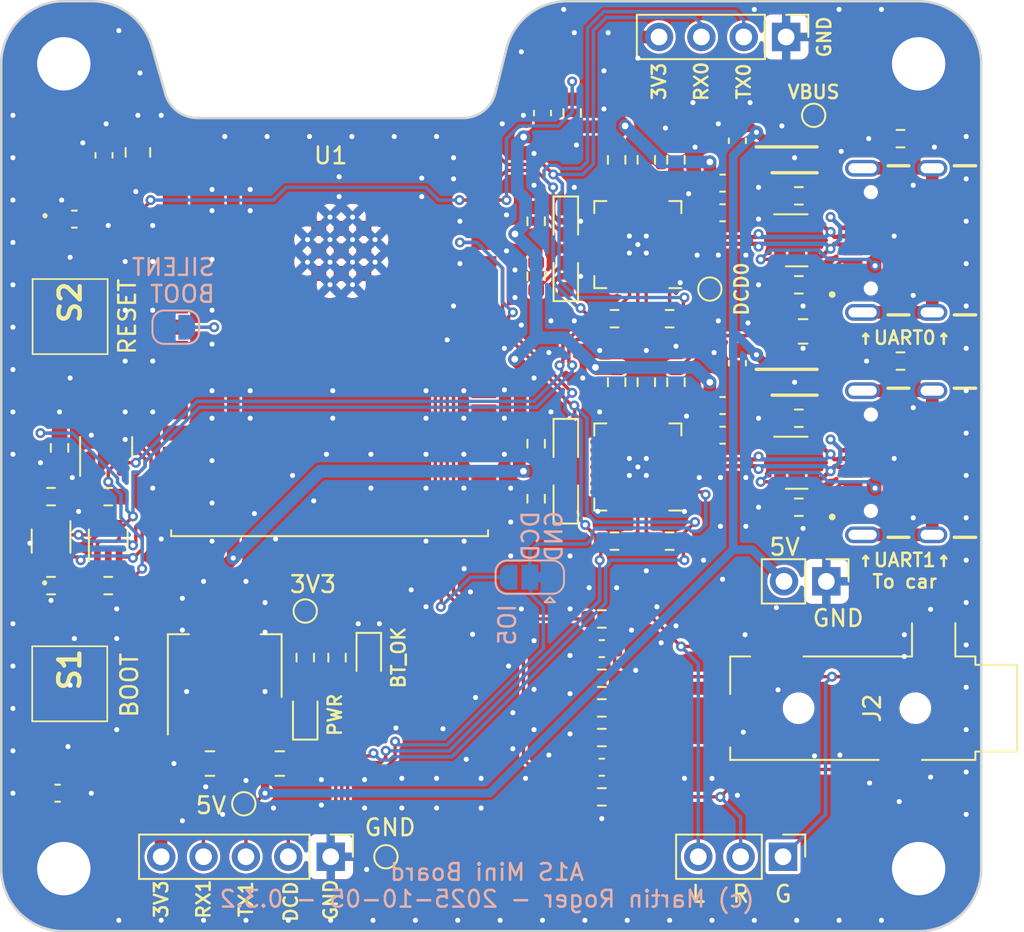
<source format=kicad_pcb>
(kicad_pcb (version 20241229) (generator "pcbnew") (generator_version "9.0")
  (title_block (title "A1S Mini Board") (date "2025-10-05") (rev "0.3.2") (company "Martin Roger"))
  (layers (0 "F.Cu" signal "Top") (2 "B.Cu" signal "Bottom") (13 "F.Paste" user) (15 "B.Paste" user) (5 "F.SilkS" user "F.Silkscreen") (7 "B.SilkS" user "B.Silkscreen") (1 "F.Mask" user) (3 "B.Mask" user) (25 "Edge.Cuts" user))
  (net 0 "")
  (net 1 "HPOUTL")
  (net 2 "Net-(C5-Pad1)")
  (net 3 "HPOUTR")
  (net 4 "EN")
  (net 5 "RXD1")
  (net 6 "Net-(D1-A)")
  (net 7 "TXD1")
  (net 8 "Net-(D2-A)")
  (net 9 "RXD0")
  (net 10 "TXD0")
  (net 11 "Net-(D5-A)")
  (net 12 "IO18")
  (net 13 "Net-(D6-A)")
  (net 14 "VBUS")
  (net 15 "/CP2102N_0/D-")
  (net 16 "GND")
  (net 17 "/CP2102_1/D+")
  (net 18 "/CP2102N_0/D+")
  (net 19 "/CP2102_1/D-")
  (net 20 "/CP2102N_0/DCD")
  (net 21 "Net-(Q3-B)")
  (net 22 "RTS0")
  (net 23 "DTR0")
  (net 24 "Net-(JP2-A)")
  (net 25 "Net-(U3-VBUS)")
  (net 26 "Net-(U3-~{RST})")
  (net 27 "Net-(U3-TXD)")
  (net 28 "Net-(U3-RXD)")
  (net 29 "Net-(U4-VBUS)")
  (net 30 "Net-(U4-~{RST})")
  (net 31 "Net-(U4-TXD)")
  (net 32 "Net-(U4-RXD)")
  (net 33 "ROUT")
  (net 34 "AGND")
  (net 35 "LOUT")
  (net 36 "+3.3V")
  (net 37 "+5V")
  (net 38 "Net-(J5-SHELL_GND)")
  (net 41 "IO2")
  (net 43 "IO0")
  (net 61 "/CP2102_1/DCD")
  (net 64 "/CP2102N_0/RI")
  (net 73 "/CP2102N_0/DSR")
  (net 74 "Net-(D9-A)")
  (net 78 "/CP2102N_0/CTS")
  (net 80 "/CP2102_1/RI")
  (net 92 "/CP2102_1/CTS")
  (net 93 "/CP2102_1/RTS")
  (net 94 "/CP2102_1/DSR")
  (net 95 "/CP2102_1/DTR")
  (net 96 "Net-(J5-CC2)")
  (net 97 "Net-(J5-CC1)")
  (net 99 "Net-(J6-SHELL_GND)")
  (net 101 "Net-(J6-CC2)")
  (net 102 "Net-(J6-CC1)")
  (net 104 "IO5")
  (net 106 "Net-(Q6B-B2)")
  (net 107 "Net-(Q6A-B1)")
  (net 108 "Net-(Q4B-B2)")
  (net 109 "Net-(Q4A-B1)")
  (net 112 "Net-(D11-A)")
  (net 114 "Net-(C9-Pad2)")
  (net 115 "Net-(C4-Pad1)")
  (footprint "Capacitor_SMD:C_0603_1608Metric" (layer "F.Cu") (at 159.512 87.109 -90)
    (property "Reference" "C3" (hide yes))
    (property "Value" "0.1uF 50V" (hide yes))
  )
  (footprint "Resistor_SMD:R_0603_1608Metric" (layer "F.Cu") (at 159.131 93.599 90)
    (property "Reference" "R1" (hide yes))
    (property "Value" "1K 1%" (hide yes))
  )
  (footprint "Capacitor_SMD:C_0603_1608Metric" (layer "F.Cu") (at 170.307 106.426 180)
    (property "Reference" "C14" (hide yes))
    (property "Value" "0.1uF 50V" (hide yes))
  )
  (footprint "DIY:TL3305BF260QG" (layer "F.Cu") (at 131.191 99.314 -90)
    (property "Reference" "S2")
    (property "Value" "TL3305BF260QG" (hide yes))
  )
  (footprint "Capacitor_SMD:C_0805_2012Metric" (layer "F.Cu") (at 135.255 89.469 -90)
    (property "Reference" "C2" (hide yes))
    (property "Value" "22uF 10V" (hide yes))
  )
  (footprint "Resistor_SMD:R_0603_1608Metric" (layer "F.Cu") (at 167.513 89.916 -90)
    (property "Reference" "R15" (hide yes))
    (property "Value" "22.1K 1%" (hide yes))
  )
  (footprint "Resistor_SMD:R_0603_1608Metric" (layer "F.Cu") (at 165.735 89.916 90)
    (property "Reference" "R16" (hide yes))
    (property "Value" "47.5K 1%" (hide yes))
  )
  (footprint "Resistor_SMD:R_0603_1608Metric" (layer "F.Cu") (at 163.957 89.916 -90)
    (property "Reference" "R17" (hide yes))
    (property "Value" "2K 1%" (hide yes))
  )
  (footprint "MountingHole:MountingHole_3.2mm_M3_Pad_TopBottom" (layer "F.Cu") (at 130.812 132.409)
    (property "Reference" "H1" (hide yes))
    (property "Value" "MountingHole_Pad" (hide yes))
  )
  (footprint "Capacitor_SMD:C_0805_2012Metric" (layer "F.Cu") (at 143.764 126.111 180)
    (property "Reference" "C6" (hide yes))
    (property "Value" "22uF 10V" (hide yes))
  )
  (footprint "Package_DFN_QFN:QFN-28-1EP_5x5mm_P0.5mm_EP3.35x3.35mm" (layer "F.Cu") (at 165.227 94.996 180)
    (property "Reference" "U3" (hide yes))
    (property "Value" "CP2102N" (hide yes))
  )
  (footprint "Resistor_SMD:R_0603_1608Metric" (layer "F.Cu") (at 163.83 99.441 180)
    (property "Reference" "R19" (hide yes))
    (property "Value" "0R" (hide yes))
  )
  (footprint "Resistor_SMD:R_0603_1608Metric" (layer "F.Cu") (at 130.048 110.109 180)
    (property "Reference" "R33" (hide yes))
    (property "Value" "10K 1%" (hide yes))
  )
  (footprint "MountingHole:MountingHole_3.2mm_M3_Pad_TopBottom" (layer "F.Cu") (at 130.812 84.159)
    (property "Reference" "H2" (hide yes))
    (property "Value" "MountingHole_Pad" (hide yes))
  )
  (footprint "Package_TO_SOT_SMD:SOT-23" (layer "F.Cu") (at 133.35 107.188 90)
    (property "Reference" "Q3" (hide yes))
    (property "Value" "BC818" (hide yes))
  )
  (footprint "DIY:SOD3716X145N" (layer "F.Cu") (at 174.625 89.916)
    (property "Reference" "D10" (hide yes))
    (property "Value" "1N5819HW-7-F" (hide yes))
  )
  (footprint "MountingHole:MountingHole_3.2mm_M3_Pad_TopBottom" (layer "F.Cu") (at 182.062 84.159)
    (property "Reference" "H4" (hide yes))
    (property "Value" "MountingHole_Pad" (hide yes))
  )
  (footprint "Resistor_SMD:R_0603_1608Metric" (layer "F.Cu") (at 167.132 112.776)
    (property "Reference" "R26" (hide yes))
    (property "Value" "0R" (hide yes))
  )
  (footprint "Capacitor_SMD:C_0805_2012Metric" (layer "F.Cu") (at 175.133 100.203)
    (property "Reference" "C16" (hide yes))
    (property "Value" "22uF 10V" (hide yes))
  )
  (footprint "Capacitor_SMD:C_0805_2012Metric" (layer "F.Cu") (at 139.573 126.111)
    (property "Reference" "C7" (hide yes))
    (property "Value" "22uF 10V" (hide yes))
  )
  (footprint "Resistor_SMD:R_0603_1608Metric" (layer "F.Cu") (at 130.556 107.188 -90)
    (property "Reference" "R12" (hide yes))
    (property "Value" "10K 1%" (hide yes))
  )
  (footprint "Capacitor_SMD:C_0603_1608Metric" (layer "F.Cu") (at 171.196 88.773 90)
    (property "Reference" "C12" (hide yes))
    (property "Value" "10uF 10V" (hide yes))
  )
  (footprint "DIY:GCT_USB4105-GF-A" (layer "F.Cu") (at 182.88 94.742 90)
    (property "Reference" "J5" (hide yes))
    (property "Value" "USB4105-GF-A" (hide yes))
  )
  (footprint "Resistor_SMD:R_0603_1608Metric" (layer "F.Cu") (at 165.735 103.251 90)
    (property "Reference" "R24" (hide yes))
    (property "Value" "47.5K 1%" (hide yes))
  )
  (footprint "Package_TO_SOT_SMD:SOT-363_SC-70-6" (layer "F.Cu") (at 130.048 112.776 -90)
    (property "Reference" "Q4" (hide yes))
    (property "Value" "MBT3904DW1" (hide yes))
  )
  (footprint "Resistor_SMD:R_0603_1608Metric" (layer "F.Cu") (at 159.131 96.901 -90)
    (property "Reference" "R2" (hide yes))
    (property "Value" "1K 1%" (hide yes))
  )
  (footprint "Resistor_SMD:R_0603_1608Metric" (layer "F.Cu") (at 167.132 99.441)
    (property "Reference" "R18" (hide yes))
    (property "Value" "0R" (hide yes))
  )
  (footprint "LED_SMD:LED_0603_1608Metric" (layer "F.Cu") (at 160.909 106.9341 -90)
    (property "Reference" "D9" (hide yes))
    (property "Value" "2.1V G 10mA" (hide yes))
  )
  (footprint "Connector_PinHeader_2.54mm:PinHeader_1x05_P2.54mm_Vertical" (layer "F.Cu") (at 146.812 131.699 -90)
    (property "Reference" "J1" (hide yes))
    (property "Value" "UART1")
  )
  (footprint "Capacitor_SMD:C_0603_1608Metric" (layer "F.Cu") (at 171.196 102.108 90)
    (property "Reference" "C15" (hide yes))
    (property "Value" "10uF 10V" (hide yes))
  )
  (footprint "TestPoint:TestPoint_Pad_D1.0mm" (layer "F.Cu") (at 141.605 128.524)
    (property "Reference" "5V1" (hide yes))
    (property "Value" "TestPoint_Small" (hide yes))
  )
  (footprint "TestPoint:TestPoint_Pad_D1.0mm" (layer "F.Cu") (at 150.124 131.699)
    (property "Reference" "GND1" (hide yes))
    (property "Value" "TestPoint_Small" (hide yes))
  )
  (footprint "Package_TO_SOT_SMD:SOT-223-3_TabPin2" (layer "F.Cu") (at 140.462 120.269 90)
    (property "Reference" "U2" (hide yes))
    (property "Value" "AZ1117CH-3.3TRG1" (hide yes))
  )
  (footprint "Resistor_SMD:R_0603_1608Metric" (layer "F.Cu") (at 163.83 112.776 180)
    (property "Reference" "R27" (hide yes))
    (property "Value" "0R" (hide yes))
  )
  (footprint "Resistor_SMD:R_0603_1608Metric" (layer "F.Cu") (at 163.068 117.441)
    (property "Reference" "R10" (hide yes))
    (property "Value" "0R" (hide yes))
  )
  (footprint "Resistor_SMD:R_0603_1608Metric" (layer "F.Cu") (at 133.477 115.443 180)
    (property "Reference" "R13" (hide yes))
    (property "Value" "10K 1%" (hide yes))
  )
  (footprint "Resistor_SMD:R_0603_1608Metric" (layer "F.Cu") (at 159.131 110.236 -90)
    (property "Reference" "R35" (hide yes))
    (property "Value" "1K 1%" (hide yes))
  )
  (footprint "Resistor_SMD:R_0603_1608Metric" (layer "F.Cu") (at 174.879 97.409)
    (property "Reference" "R20" (hide yes))
    (property "Value" "5.1K 1%" (hide yes))
  )
  (footprint "Resistor_SMD:R_0603_1608Metric" (layer "F.Cu") (at 159.131 106.9341 90)
    (property "Reference" "R34" (hide yes))
    (property "Value" "1K 1%" (hide yes))
  )
  (footprint "Resistor_SMD:R_0603_1608Metric" (layer "F.Cu") (at 161.29 87.109 90)
    (property "Reference" "R7" (hide yes))
    (property "Value" "10K 1%" (hide yes))
  )
  (footprint "Resistor_SMD:R_0603_1608Metric" (layer "F.Cu") (at 180.975 101.981 180)
    (property "Reference" "R29" (hide yes))
    (property "Value" "0R" (hide yes))
  )
  (footprint "MountingHole:MountingHole_3.2mm_M3_Pad_TopBottom" (layer "F.Cu") (at 182.062 132.409)
    (property "Reference" "H3" (hide yes))
    (property "Value" "MountingHole_Pad" (hide yes))
  )
  (footprint "TestPoint:TestPoint_Pad_D1.0mm" (layer "F.Cu") (at 169.545 97.663)
    (property "Reference" "DCD1" (hide yes))
    (property "Value" "TestPoint_Small" (hide yes))
  )
  (footprint "Resistor_SMD:R_0603_1608Metric" (layer "F.Cu") (at 180.975 88.646 180)
    (property "Reference" "R21" (hide yes))
    (property "Value" "0R" (hide yes))
  )
  (footprint "Connector_PinHeader_2.54mm:PinHeader_1x03_P2.54mm_Vertical" (layer "F.Cu") (at 173.931 131.699 -90)
    (property "Reference" "J3" (hide yes))
    (property "Value" "Audio Out" (hide yes))
  )
  (footprint "Capacitor_SMD:C_0603_1608Metric" (layer "F.Cu") (at 170.307 91.313 180)
    (property "Reference" "C10" (hide yes))
    (property "Value" "10uF 10V" (hide yes))
  )
  (footprint "Package_TO_SOT_SMD:SOT-143" (layer "F.Cu") (at 174.752 94.742)
    (property "Reference" "D7" (hide yes))
    (property "Value" "SP0503BAHTG" (hide yes))
  )
  (footprint "Resistor_SMD:R_0603_1608Metric" (layer "F.Cu") (at 163.957 103.251 -90)
    (property "Reference" "R25" (hide yes))
    (property "Value" "2K 1%" (hide yes))
  )
  (footprint "Package_DFN_QFN:QFN-28-1EP_5x5mm_P0.5mm_EP3.35x3.35mm" (layer "F.Cu") (at 165.227 108.331 180)
    (property "Reference" "U4" (hide yes))
    (property "Value" "CP2102-GM" (hide yes))
  )
  (footprint "DIY:SOD3716X145N" (layer "F.Cu") (at 174.625 103.251)
    (property "Reference" "D14" (hide yes))
    (property "Value" "1N5819HW-7-F" (hide yes))
  )
  (footprint "DIY:GCT_USB4105-GF-A" (layer "F.Cu") (at 182.88 108.077 90)
    (property "Reference" "J6" (hide yes))
    (property "Value" "USB4105-GF-A" (hide yes))
  )
  (footprint "Capacitor_SMD:C_0603_1608Metric" (layer "F.Cu") (at 130.442 127.889 180)
    (property "Reference" "C9" (hide yes))
    (property "Value" "0.1uF 50V" (hide yes))
  )
  (footprint "Connector_Audio:Jack_3.5mm_CUI_SJ-3524-SMT_Horizontal" (layer "F.Cu") (at 179.364 122.792 -90)
    (property "Reference" "J2")
    (property "Value" "SJ-3524-SMT-TR-PI")
  )
  (footprint "Package_TO_SOT_SMD:SOT-363_SC-70-6" (layer "F.Cu") (at 133.477 112.776 90)
    (property "Reference" "Q6" (hide yes))
    (property "Value" "MBT3904DW1" (hide yes))
  )
  (footprint "LED_SMD:LED_0603_1608Metric" (layer "F.Cu") (at 160.909 93.599 -90)
    (property "Reference" "D1" (hide yes))
    (property "Value" "2.1V G 10mA" (hide yes))
  )
  (footprint "Package_TO_SOT_SMD:SOT-143" (layer "F.Cu") (at 174.752 108.077)
    (property "Reference" "D8" (hide yes))
    (property "Value" "SP0503BAHTG" (hide yes))
  )
  (footprint "LED_SMD:LED_0603_1608Metric" (layer "F.Cu") (at 149.098 119.761 -90)
    (property "Reference" "D6" (hide yes))
    (property "Value" "2V R 10mA" (hide yes))
  )
  (footprint "Capacitor_SMD:C_0603_1608Metric" (layer "F.Cu") (at 133.223 89.649 -90)
    (property "Reference" "C1" (hide yes))
    (property "Value" "0.1uF 50V" (hide yes))
  )
  (footprint "Resistor_SMD:R_0603_1608Metric" (layer "F.Cu") (at 174.879 105.410001 180)
    (property "Reference" "R30" (hide yes))
    (property "Value" "5.1K 1%" (hide yes))
  )
  (footprint "Connector_PinHeader_2.54mm:PinHeader_1x02_P2.54mm_Vertical" (layer "F.Cu") (at 176.53 115.189 -90)
    (property "Reference" "J7" (hide yes))
    (property "Value" "5V")
  )
  (footprint "Resistor_SMD:R_0603_1608Metric" (layer "F.Cu") (at 147.193 119.761 -90)
    (property "Reference" "R6" (hide yes))
    (property "Value" "1K 1%" (hide yes))
  )
  (footprint "TestPoint:TestPoint_Pad_D1.0mm" (layer "F.Cu") (at 145.288 116.967)
    (property "Reference" "3V1" (hide yes))
    (property "Value" "TestPoint_Small" (hide yes))
  )
  (footprint "Capacitor_SMD:C_0603_1608Metric" (layer "F.Cu") (at 163.068 119.219 180)
    (property "Reference" "C4" (hide yes))
    (property "Value" "0.1uF 50V" (hide yes))
  )
  (footprint "Resistor_SMD:R_0603_1608Metric" (layer "F.Cu") (at 174.879 110.744)
    (property "Reference" "R28" (hide yes))
    (property "Value" "5.1K 1%" (hide yes))
  )
  (footprint "LED_SMD:LED_0603_1608Metric" (layer "F.Cu") (at 160.909 96.901 90)
    (property "Reference" "D2" (hide yes))
    (property "Value" "2.1V G 10mA" (hide yes))
  )
  (footprint "Capacitor_SMD:C_0603_1608Metric" (layer "F.Cu") (at 170.307 104.648 180)
    (property "Reference" "C13" (hide yes))
    (property "Value" "10uF 10V" (hide yes))
  )
  (footprint "Resistor_SMD:R_0603_1608Metric" (layer "F.Cu") (at 163.068 122.775 180)
    (property "Reference" "R31" (hide yes))
    (property "Value" "0R" (hide yes))
  )
  (footprint "Resistor_SMD:R_0603_1608Metric" (layer "F.Cu") (at 163.068 124.553 180)
    (property "Reference" "R9" (hide yes))
    (property "Value" "22R 1%" (hide yes))
  )
  (footprint "TestPoint:TestPoint_Pad_D1.0mm" (layer "F.Cu") (at 175.768 87.249)
    (property "Reference" "VBUS1" (hide yes))
    (property "Value" "TestPoint_Small" (hide yes))
  )
  (footprint "Resistor_SMD:R_0603_1608Metric" (layer "F.Cu") (at 167.513 103.251 -90)
    (property "Reference" "R23" (hide yes))
    (property "Value" "22.1K 1%" (hide yes))
  )
  (footprint "Capacitor_SMD:C_0603_1608Metric" (layer "F.Cu") (at 163.068 126.331 180)
    (property "Reference" "C5" (hide yes))
    (property "Value" "0.1uF 50V" (hide yes))
  )
  (footprint "Resistor_SMD:R_0603_1608Metric" (layer "F.Cu") (at 163.068 128.109)
    (property "Reference" "R11" (hide yes))
    (property "Value" "0R" (hide yes))
  )
  (footprint "DIY:TL3305BF260QG" (layer "F.Cu") (at 131.167 121.329 -90)
    (property "Reference" "S1")
    (property "Value" "TL3305BF260QG" (hide yes))
  )
  (footprint "Resistor_SMD:R_0603_1608Metric" (layer "F.Cu") (at 174.879 92.075001 180)
    (property "Reference" "R22" (hide yes))
    (property "Value" "5.1K 1%" (hide yes))
  )
  (footprint "Resistor_SMD:R_0603_1608Metric" (layer "F.Cu") (at 130.048 115.443 180)
    (property "Reference" "R32" (hide yes))
    (property "Value" "10K 1%" (hide yes))
  )
  (footprint "Resistor_SMD:R_0603_1608Metric" (layer "F.Cu") (at 163.068 120.997 180)
    (property "Reference" "R8" (hide yes))
    (property "Value" "22R 1%" (hide yes))
  )
  (footprint "Resistor_SMD:R_0603_1608Metric" (layer "F.Cu") (at 145.288 119.761 -90)
    (property "Reference" "R5" (hide yes))
    (property "Value" "1K 1%" (hide yes))
  )
  (footprint "Connector_PinHeader_2.54mm:PinHeader_1x04_P2.54mm_Vertical" (layer "F.Cu") (at 174.117 82.55 -90)
    (property "Reference" "J4" (hide yes))
    (property "Value" "UART0" (hide yes))
  )
  (footprint "LED_SMD:LED_0603_1608Metric" (layer "F.Cu") (at 160.909 110.2359 90)
    (property "Reference" "D11" (hide yes))
    (property "Value" "2.1V G 10mA" (hide yes))
  )
  (footprint "Resistor_SMD:R_0603_1608Metric" (layer "F.Cu") (at 133.477 110.109 180)
    (property "Reference" "R14" (hide yes))
    (property "Value" "10K 1%" (hide yes))
  )
  (footprint "Capacitor_SMD:C_0603_1608Metric" (layer "F.Cu") (at 170.307 93.091 180)
    (property "Reference" "C11" (hide yes))
    (property "Value" "0.1uF 50V" (hide yes))
  )
  (footprint "Capacitor_SMD:C_0603_1608Metric" (layer "F.Cu") (at 131.445 93.472)
    (property "Reference" "C8" (hide yes))
    (property "Value" "0.1uF 50V" (hide yes))
  )
  (footprint "DIY:ESP32-A1S" (layer "F.Cu") (at 137.247 112.477)
    (property "Reference" "U1")
    (property "Value" "ESP32 A1S")
  )
  (footprint "LED_SMD:LED_0603_1608Metric" (layer "F.Cu") (at 145.288 123.19 90)
    (property "Reference" "D5" (hide yes))
    (property "Value" "2.1V O 10mA" (hide yes))
  )
  (footprint "Jumper:SolderJumper-2_P1.3mm_Bridged_RoundedPad1.0x1.5mm" (layer "B.Cu") (at 137.526 99.949 180)
    (property "Reference" "JP2" (hide yes))
    (property "Value" "SolderJumper_2_Bridged")
  )
  (footprint "Jumper:SolderJumper-3_P1.3mm_Bridged12_RoundedPad1.0x1.5mm" (layer "B.Cu") (at 158.75 114.935 180)
    (property "Reference" "JP1" (hide yes))
    (property "Value" "SolderJumper_3_Bridged12")
  )
  (gr_arc (start 185.812 132.409) (mid 184.71365 135.06065) (end 182.062 136.159) (stroke (width 0.15)) (layer "Edge.Cuts"))
  (gr_line (start 182.062 136.159) (end 130.812 136.159) (stroke (width 0.15)) (layer "Edge.Cuts"))
  (gr_arc (start 182.062 80.409) (mid 184.71365 81.50735) (end 185.812 84.159) (stroke (width 0.15)) (layer "Edge.Cuts"))
  (gr_line (start 138.820603 87.409) (end 154.750447 87.409) (stroke (width 0.15)) (layer "Edge.Cuts"))
  (gr_line (start 156.690732 85.894071) (end 157.351877 83.249491) (stroke (width 0.15)) (layer "Edge.Cuts"))
  (gr_arc (start 130.812 136.159) (mid 128.16035 135.06065) (end 127.062 132.409) (stroke (width 0.15)) (layer "Edge.Cuts"))
  (gr_arc (start 127.062 84.159) (mid 128.16035 81.50735) (end 130.812 80.409) (stroke (width 0.15)) (layer "Edge.Cuts"))
  (gr_line (start 136.089085 83.128796) (end 136.897555 85.958442) (stroke (width 0.15)) (layer "Edge.Cuts"))
  (gr_line (start 185.812 84.159) (end 185.812 132.409) (stroke (width 0.15)) (layer "Edge.Cuts"))
  (gr_line (start 130.812 80.409) (end 132.48337 80.409) (stroke (width 0.15)) (layer "Edge.Cuts"))
  (gr_arc (start 156.690732 85.894071) (mid 155.981271 86.985411) (end 154.750447 87.409) (stroke (width 0.15)) (layer "Edge.Cuts"))
  (gr_arc (start 132.48337 80.409) (mid 134.741603 81.165193) (end 136.089085 83.128796) (stroke (width 0.15)) (layer "Edge.Cuts"))
  (gr_arc (start 138.820603 87.409) (mid 137.61621 87.005698) (end 136.897555 85.958442) (stroke (width 0.15)) (layer "Edge.Cuts"))
  (gr_arc (start 157.351877 83.249491) (mid 158.682116 81.203229) (end 160.989912 80.409) (stroke (width 0.15)) (layer "Edge.Cuts"))
  (gr_line (start 160.989912 80.409) (end 182.062 80.409) (stroke (width 0.15)) (layer "Edge.Cuts"))
  (gr_line (start 127.062 132.409) (end 127.062 84.159) (stroke (width 0.15)) (layer "Edge.Cuts"))
  (gr_text "GND" (at 175.6156 117.983 0) (layer "F.SilkS") (effects (font (size 1 1)) (justify left bottom)))
  (gr_text "GND" (at 148.7524 130.5306 0) (layer "F.SilkS") (effects (font (size 1 1)) (justify left bottom)))
  (gr_text "L" (at 168.8592 133.9342 0) (layer "F.SilkS") (effects (font (size 1 1))))
  (gr_text "DCD" (at 144.4244 134.3914 90) (layer "F.SilkS") (effects (font (size 0.8 0.8))))
  (gr_text "↑UART1↑\nTo car" (at 181.229 114.554 0) (layer "F.SilkS") (effects (font (size 0.8 0.8))))
  (gr_text "5V" (at 173.0248 113.7158 0) (layer "F.SilkS") (effects (font (size 1 1)) (justify left bottom)))
  (gr_text "3V3" (at 136.652 134.239 90) (layer "F.SilkS") (effects (font (size 0.8 0.8))))
  (gr_text "5V" (at 138.6332 129.2098 0) (layer "F.SilkS") (effects (font (size 1 1)) (justify left bottom)))
  (gr_text "GND" (at 176.403 82.55 90) (layer "F.SilkS") (effects (font (size 0.8 0.8))))
  (gr_text "3V3" (at 166.497 85.217 90) (layer "F.SilkS") (effects (font (size 0.8 0.8))))
  (gr_text "VBUS" (at 175.768 85.852 0) (layer "F.SilkS") (effects (font (size 0.8 0.8))))
  (gr_text "RESET" (at 134.62 99.314 90) (layer "F.SilkS") (effects (font (size 1 1))))
  (gr_text "RX1" (at 139.192 134.239 90) (layer "F.SilkS") (effects (font (size 0.8 0.8))))
  (gr_text "RX0" (at 169.037 85.217 90) (layer "F.SilkS") (effects (font (size 0.8 0.8))))
  (gr_text "TX0" (at 171.577 85.217 90) (layer "F.SilkS") (effects (font (size 0.8 0.8))))
  (gr_text "3V3" (at 144.272 115.951 0) (layer "F.SilkS") (effects (font (size 1 1)) (justify left bottom)))
  (gr_text "BOOT" (at 134.747 121.412 90) (layer "F.SilkS") (effects (font (size 1 1))))
  (gr_text "↑UART0↑" (at 181.229 100.584 0) (layer "F.SilkS") (effects (font (size 0.8 0.8))))
  (gr_text "PWR" (at 147.066 123.19 90) (layer "F.SilkS") (effects (font (size 0.8 0.8))))
  (gr_text "GND" (at 146.812 134.2898 90) (layer "F.SilkS") (effects (font (size 0.8 0.8))))
  (gr_text "DCD0" (at 171.45 97.663 90) (layer "F.SilkS") (effects (font (size 0.8 0.8))))
  (gr_text "G" (at 173.9392 133.9342 0) (layer "F.SilkS") (effects (font (size 1 1))))
  (gr_text "TX1" (at 141.732 134.239 90) (layer "F.SilkS") (effects (font (size 0.8 0.8))))
  (gr_text "R" (at 171.3992 133.9342 0) (layer "F.SilkS") (effects (font (size 1 1))))
  (gr_text "BT_OK" (at 150.876 119.761 90) (layer "F.SilkS") (effects (font (size 0.8 0.8))))
  (gr_text "SILENT\nBOOT" (at 139.954 98.552 0) (layer "B.SilkS") (effects (font (size 1 1)) (justify left bottom mirror)))
  (gr_text "GND" (at 160.782 110.871 90) (layer "B.SilkS") (effects (font (size 1 1)) (justify left bottom mirror)))
  (gr_text "DCD" (at 159.385 110.871 90) (layer "B.SilkS") (effects (font (size 1 1)) (justify left bottom mirror)))
  (gr_text "${TITLE}\n(c) ${COMPANY} - ${ISSUE_DATE} - ${REVISION}" (at 156.1846 133.4262 0) (layer "B.SilkS") (effects (font (size 1 1)) (justify mirror)))
  (gr_text "IO5" (at 157.988 116.459 90) (layer "B.SilkS") (effects (font (size 1 1)) (justify left bottom mirror)))
  (segment (start 162.243 119.169) (end 162.293 119.219) (width 0.2032) (layer "F.Cu") (net 1))
  (segment (start 155.795 117.441) (end 154.178 115.824) (width 0.2032) (layer "F.Cu") (net 1))
  (segment (start 154.432 102.489) (end 155.995 102.489) (width 0.2032) (layer "F.Cu") (net 1))
  (segment (start 162.243 117.441) (end 155.795 117.441) (width 0.2032) (layer "F.Cu") (net 1))
  (segment (start 155.995 102.489) (end 155.997 102.487) (width 0.2032) (layer "F.Cu") (net 1))
  (segment (start 154.178 102.743) (end 154.432 102.489) (width 0.2032) (layer "F.Cu") (net 1))
  (segment (start 154.178 115.824) (end 154.178 102.743) (width 0.2032) (layer "F.Cu") (net 1))
  (segment (start 162.243 117.441) (end 162.243 119.169) (width 0.2032) (layer "F.Cu") (net 1))
  (segment (start 163.843 126.331) (end 163.843 124.603) (width 0.2032) (layer "F.Cu") (net 2))
  (segment (start 163.843 124.603) (end 163.893 124.553) (width 0.2032) (layer "F.Cu") (net 2))
  (segment (start 158.369 118.364) (end 157.8016 117.7966) (width 0.2032) (layer "F.Cu") (net 3))
  (segment (start 157.8016 117.7966) (end 155.647706 117.7966) (width 0.2032) (layer "F.Cu") (net 3))
  (segment (start 162.293 126.331) (end 162.293 128.059) (width 0.2032) (layer "F.Cu") (net 3))
  (segment (start 162.293 126.331) (end 158.843 126.331) (width 0.2032) (layer "F.Cu") (net 3))
  (segment (start 158.369 125.857) (end 158.369 118.364) (width 0.2032) (layer "F.Cu") (net 3))
  (segment (start 153.797 102.616) (end 155.194 101.219) (width 0.2032) (layer "F.Cu") (net 3))
  (segment (start 155.194 101.219) (end 155.995 101.219) (width 0.2032) (layer "F.Cu") (net 3))
  (segment (start 162.293 128.059) (end 162.243 128.109) (width 0.2032) (layer "F.Cu") (net 3))
  (segment (start 155.647706 117.7966) (end 153.797 115.945894) (width 0.2032) (layer "F.Cu") (net 3))
  (segment (start 153.797 115.945894) (end 153.797 102.616) (width 0.2032) (layer "F.Cu") (net 3))
  (segment (start 158.843 126.331) (end 158.369 125.857) (width 0.2032) (layer "F.Cu") (net 3))
  (segment (start 155.995 101.219) (end 155.997 101.217) (width 0.2032) (layer "F.Cu") (net 3))
  (segment (start 132.691 93.943) (end 132.691 95.714) (width 0.2032) (layer "F.Cu") (net 4))
  (segment (start 132.691 105.5915) (end 132.691 102.914) (width 0.2032) (layer "F.Cu") (net 4))
  (segment (start 132.22 93.472) (end 132.691 93.943) (width 0.2032) (layer "F.Cu") (net 4))
  (segment (start 136.017 92.388) (end 136.017 92.329) (width 0.2032) (layer "F.Cu") (net 4))
  (segment (start 161.29 85.217) (end 161.29 86.284) (width 0.2032) (layer "F.Cu") (net 4))
  (segment (start 132.691 95.714) (end 136.017 92.388) (width 0.2032) (layer "F.Cu") (net 4))
  (segment (start 133.35 106.2505) (end 132.691 105.5915) (width 0.2032) (layer "F.Cu") (net 4))
  (segment (start 132.691 95.714) (end 132.691 102.914) (width 0.2032) (layer "F.Cu") (net 4))
  (segment (start 154.5336 92.329) (end 157.353 92.329) (width 0.2032) (layer "F.Cu") (net 4))
  (via (at 161.29 85.217) (size 0.6) (drill 0.3) (layers "F.Cu" "B.Cu") (net 4))
  (via (at 157.353 92.329) (size 0.6) (drill 0.3) (layers "F.Cu" "B.Cu") (net 4))
  (via (at 154.5336 92.329) (size 0.6) (drill 0.3) (layers "F.Cu" "B.Cu") (net 4))
  (via (at 136.017 92.329) (size 0.6) (drill 0.3) (layers "F.Cu" "B.Cu") (net 4))
  (segment (start 143.383 92.329) (end 144.145 91.567) (width 0.2032) (layer "B.Cu") (net 4))
  (segment (start 144.145 91.567) (end 152.527 91.567) (width 0.2032) (layer "B.Cu") (net 4))
  (segment (start 161.29 85.217) (end 161.29 87.0585) (width 0.2032) (layer "B.Cu") (net 4))
  (segment (start 160.4645 87.884) (end 158.115 87.884) (width 0.2032) (layer "B.Cu") (net 4))
  (segment (start 161.29 87.0585) (end 160.4645 87.884) (width 0.2032) (layer "B.Cu") (net 4))
  (segment (start 152.527 91.567) (end 153.289 92.329) (width 0.2032) (layer "B.Cu") (net 4))
  (segment (start 158.115 87.884) (end 157.353 88.646) (width 0.2032) (layer "B.Cu") (net 4))
  (segment (start 136.017 92.329) (end 143.383 92.329) (width 0.2032) (layer "B.Cu") (net 4))
  (segment (start 157.353 88.646) (end 157.353 92.329) (width 0.2032) (layer "B.Cu") (net 4))
  (segment (start 153.289 92.329) (end 154.5336 92.329) (width 0.2032) (layer "B.Cu") (net 4))
  (segment (start 161.4424 105.283) (end 161.4424 104.6734) (width 0.2032) (layer "F.Cu") (net 5))
  (segment (start 141.737106 129.921) (end 139.7 129.921) (width 0.2032) (layer "F.Cu") (net 5))
  (segment (start 167.957 113.855) (end 168.021 113.919) (width 0.2032) (layer "F.Cu") (net 5))
  (segment (start 167.957 112.776) (end 167.957 112.332) (width 0.2032) (layer "F.Cu") (net 5))
  (segment (start 147.1168 128.5494) (end 146.304 129.3622) (width 0.2032) (layer "F.Cu") (net 5))
  (segment (start 160.909 105.8164) (end 161.4424 105.283) (width 0.2032) (layer "F.Cu") (net 5))
  (segment (start 147.1168 126.3142) (end 147.1168 128.5494) (width 0.2032) (layer "F.Cu") (net 5))
  (segment (start 157.1244 100.223294) (end 157.1244 96.4184) (width 0.2032) (layer "F.Cu") (net 5))
  (segment (start 149.219359 125.6538) (end 147.7772 125.6538) (width 0.2032) (layer "F.Cu") (net 5))
  (segment (start 160.909 106.1466) (end 160.909 105.8164) (width 0.2032) (layer "F.Cu") (net 5))
  (segment (start 139.182 130.439) (end 139.182 131.699) (width 0.2032) (layer "F.Cu") (net 5))
  (segment (start 147.7772 125.6538) (end 147.1168 126.3142) (width 0.2032) (layer "F.Cu") (net 5))
  (segment (start 142.295906 129.3622) (end 141.737106 129.921) (width 0.2032) (layer "F.Cu") (net 5))
  (segment (start 156.843 96.137) (end 155.997 96.137) (width 0.2032) (layer "F.Cu") (net 5))
  (segment (start 139.7 129.921) (end 139.182 130.439) (width 0.2032) (layer "F.Cu") (net 5))
  (segment (start 149.376699 125.49646) (end 149.219359 125.6538) (width 0.2032) (layer "F.Cu") (net 5))
  (segment (start 167.957 112.776) (end 167.957 113.855) (width 0.2032) (layer "F.Cu") (net 5))
  (segment (start 157.1244 96.4184) (end 156.843 96.137) (width 0.2032) (layer "F.Cu") (net 5))
  (segment (start 160.736 103.834894) (end 157.1244 100.223294) (width 0.2032) (layer "F.Cu") (net 5))
  (segment (start 161.268525 104.648) (end 160.736 104.115475) (width 0.2032) (layer "F.Cu") (net 5))
  (segment (start 146.304 129.3622) (end 142.295906 129.3622) (width 0.2032) (layer "F.Cu") (net 5))
  (segment (start 161.417 104.648) (end 161.268525 104.648) (width 0.2032) (layer "F.Cu") (net 5))
  (segment (start 167.957 112.332) (end 168.656 111.633) (width 0.2032) (layer "F.Cu") (net 5))
  (segment (start 161.4424 104.6734) (end 161.417 104.648) (width 0.2032) (layer "F.Cu") (net 5))
  (segment (start 160.736 104.115475) (end 160.736 103.834894) (width 0.2032) (layer "F.Cu") (net 5))
  (via (at 149.376699 125.49646) (size 0.6) (drill 0.3) (layers "F.Cu" "B.Cu") (net 5))
  (via (at 161.417 104.648) (size 0.6) (drill 0.3) (layers "F.Cu" "B.Cu") (net 5))
  (via (at 168.656 111.633) (size 0.6) (drill 0.3) (layers "F.Cu" "B.Cu") (net 5))
  (via (at 168.021 113.919) (size 0.6) (drill 0.3) (layers "F.Cu" "B.Cu") (net 5))
  (segment (start 149.376699 125.49646) (end 149.783239 125.903) (width 0.2032) (layer "B.Cu") (net 5))
  (segment (start 163.2966 116.479294) (end 163.2966 114.346875) (width 0.2032) (layer "B.Cu") (net 5))
  (segment (start 162.179 105.41) (end 161.417 104.648) (width 0.2032) (layer "B.Cu") (net 5))
  (segment (start 163.495 114) (end 163.576 113.919) (width 0.2032) (layer "B.Cu") (net 5))
  (segment (start 163.576 113.919) (end 168.021 113.919) (width 0.2032) (layer "B.Cu") (net 5))
  (segment (start 163.495 114.148475) (end 163.495 114) (width 0.2032) (layer "B.Cu") (net 5))
  (segment (start 149.783239 125.903) (end 150.343475 125.903) (width 0.2032) (layer "B.Cu") (net 5))
  (segment (start 150.541875 125.7046) (end 154.071294 125.7046) (width 0.2032) (layer "B.Cu") (net 5))
  (segment (start 162.687 111.633) (end 162.179 111.125) (width 0.2032) (layer "B.Cu") (net 5))
  (segment (start 154.071294 125.7046) (end 163.2966 116.479294) (width 0.2032) (layer "B.Cu") (net 5))
  (segment (start 162.179 111.125) (end 162.179 105.41) (width 0.2032) (layer "B.Cu") (net 5))
  (segment (start 150.343475 125.903) (end 150.541875 125.7046) (width 0.2032) (layer "B.Cu") (net 5))
  (segment (start 168.656 111.633) (end 162.687 111.633) (width 0.2032) (layer "B.Cu") (net 5))
  (segment (start 163.2966 114.346875) (end 163.495 114.148475) (width 0.2032) (layer "B.Cu") (net 5))
  (segment (start 160.7435 94.3865) (end 159.131 92.774) (width 0.2032) (layer "F.Cu") (net 6))
  (segment (start 160.909 94.3865) (end 160.7435 94.3865) (width 0.2032) (layer "F.Cu") (net 6))
  (segment (start 157.48 100.076) (end 157.48 99.314) (width 0.2032) (layer "F.Cu") (net 7))
  (segment (start 163.005 113.855) (end 162.941 113.919) (width 0.2032) (layer "F.Cu") (net 7))
  (segment (start 162.073617 111.802386) (end 162.073617 111.844617) (width 0.2032) (layer "F.Cu") (net 7))
  (segment (start 161.294631 111.0234) (end 162.073617 111.802386) (width 0.2032) (layer "F.Cu") (net 7))
  (segment (start 150.114 125.349) (end 150.114 125.7554) (width 0.2032) (layer "F.Cu") (net 7))
  (segment (start 162.073617 111.844617) (end 163.005 112.776) (width 0.2032) (layer "F.Cu") (net 7))
  (segment (start 163.005 112.776) (end 163.005 113.855) (width 0.2032) (layer "F.Cu") (net 7))
  (segment (start 149.81794 126.05146) (end 147.883848 126.05146) (width 0.2032) (layer "F.Cu") (net 7))
  (segment (start 147.4734 128.7008) (end 146.4564 129.7178) (width 0.2032) (layer "F.Cu") (net 7))
  (segment (start 160.909 111.0234) (end 161.294631 111.0234) (width 0.2032) (layer "F.Cu") (net 7))
  (segment (start 154.559 94.869) (end 155.995 94.869) (width 0.2032) (layer "F.Cu") (net 7))
  (segment (start 155.995 94.869) (end 155.997 94.867) (width 0.2032) (layer "F.Cu") (net 7))
  (segment (start 150.114 125.7554) (end 149.81794 126.05146) (width 0.2032) (layer "F.Cu") (net 7))
  (segment (start 147.883848 126.05146) (end 147.4734 126.461908) (width 0.2032) (layer "F.Cu") (net 7))
  (segment (start 146.4564 129.7178) (end 142.4432 129.7178) (width 0.2032) (layer "F.Cu") (net 7))
  (segment (start 157.48 99.314) (end 157.734 99.06) (width 0.2032) (layer "F.Cu") (net 7))
  (segment (start 142.4432 129.7178) (end 141.732 130.429) (width 0.2032) (layer "F.Cu") (net 7))
  (segment (start 147.4734 126.461908) (end 147.4734 128.7008) (width 0.2032) (layer "F.Cu") (net 7))
  (segment (start 161.29 103.886) (end 157.48 100.076) (width 0.2032) (layer "F.Cu") (net 7))
  (segment (start 141.732 130.429) (end 141.732 131.699) (width 0.2032) (layer "F.Cu") (net 7))
  (via (at 162.073617 111.802386) (size 0.6) (drill 0.3) (layers "F.Cu" "B.Cu") (net 7))
  (via (at 154.559 94.869) (size 0.6) (drill 0.3) (layers "F.Cu" "B.Cu") (net 7))
  (via (at 150.114 125.349) (size 0.6) (drill 0.3) (layers "F.Cu" "B.Cu") (net 7))
  (via (at 162.941 113.919) (size 0.6) (drill 0.3) (layers "F.Cu" "B.Cu") (net 7))
  (via (at 157.734 99.06) (size 0.6) (drill 0.3) (layers "F.Cu" "B.Cu") (net 7))
  (via (at 161.29 103.886) (size 0.6) (drill 0.3) (layers "F.Cu" "B.Cu") (net 7))
  (segment (start 157.734 99.06) (end 157.099 98.425) (width 0.2032) (layer "B.Cu") (net 7))
  (segment (start 161.468106 105.202) (end 161.187525 105.202) (width 0.2032) (layer "B.Cu") (net 7))
  (segment (start 160.863 104.877475) (end 160.863 104.313) (width 0.2032) (layer "B.Cu") (net 7))
  (segment (start 157.099 98.425) (end 157.099 96.393) (width 0.2032) (layer "B.Cu") (net 7))
  (segment (start 155.575 94.869) (end 154.559 94.869) (width 0.2032) (layer "B.Cu") (net 7))
  (segment (start 161.187525 105.202) (end 160.863 104.877475) (width 0.2032) (layer "B.Cu") (net 7))
  (segment (start 153.924 125.349) (end 150.114 125.349) (width 0.2032) (layer "B.Cu") (net 7))
  (segment (start 160.863 104.313) (end 161.29 103.886) (width 0.2032) (layer "B.Cu") (net 7))
  (segment (start 161.8234 105.557294) (end 161.468106 105.202) (width 0.2032) (layer "B.Cu") (net 7))
  (segment (start 161.8234 111.552169) (end 161.8234 105.557294) (width 0.2032) (layer "B.Cu") (net 7))
  (segment (start 162.073617 111.802386) (end 161.8234 111.552169) (width 0.2032) (layer "B.Cu") (net 7))
  (segment (start 157.099 96.393) (end 155.575 94.869) (width 0.2032) (layer "B.Cu") (net 7))
  (segment (start 162.941 116.332) (end 153.924 125.349) (width 0.2032) (layer "B.Cu") (net 7))
  (segment (start 162.941 113.919) (end 162.941 116.332) (width 0.2032) (layer "B.Cu") (net 7))
  (segment (start 160.909 96.1135) (end 160.7435 96.1135) (width 0.2032) (layer "F.Cu") (net 8))
  (segment (start 160.7435 96.1135) (end 159.131 97.726) (width 0.2032) (layer "F.Cu") (net 8))
  (segment (start 157.3784 90.1954) (end 156.972 89.789) (width 0.2032) (layer "F.Cu") (net 9))
  (segment (start 159.558168 90.1954) (end 157.3784 90.1954) (width 0.2032) (layer "F.Cu") (net 9))
  (segment (start 156.972 89.789) (end 155.999 89.789) (width 0.2032) (layer "F.Cu") (net 9))
  (segment (start 168.021 98.171) (end 167.957 98.235) (width 0.2032) (layer "F.Cu") (net 9))
  (segment (start 160.154831 90.792063) (end 160.702 91.339232) (width 0.2032) (layer "F.Cu") (net 9))
  (segment (start 160.702 92.6045) (end 160.909 92.8115) (width 0.2032) (layer "F.Cu") (net 9))
  (segment (start 155.999 89.789) (end 155.997 89.787) (width 0.2032) (layer "F.Cu") (net 9))
  (segment (start 160.702 91.339232) (end 160.702 92.6045) (width 0.2032) (layer "F.Cu") (net 9))
  (segment (start 167.957 98.235) (end 167.957 99.441) (width 0.2032) (layer "F.Cu") (net 9))
  (segment (start 160.154831 90.792063) (end 159.558168 90.1954) (width 0.2032) (layer "F.Cu") (net 9))
  (via (at 160.154831 90.792063) (size 0.6) (drill 0.3) (layers "F.Cu" "B.Cu") (net 9))
  (via (at 168.021 98.171) (size 0.6) (drill 0.3) (layers "F.Cu" "B.Cu") (net 9))
  (segment (start 160.154831 90.792063) (end 160.701 91.338232) (width 0.2032) (layer "B.Cu") (net 9))
  (segment (start 162.56 90.17) (end 162.56 82.163894) (width 0.2032) (layer "B.Cu") (net 9))
  (segment (start 168.6306 81.3816) (end 169.037 81.788) (width 0.2032) (layer "B.Cu") (net 9))
  (segment (start 161.937937 90.792063) (end 162.56 90.17) (width 0.2032) (layer "B.Cu") (net 9))
  (segment (start 160.154831 90.792063) (end 161.937937 90.792063) (width 0.2032) (layer "B.Cu") (net 9))
  (segment (start 162.56 82.163894) (end 163.342294 81.3816) (width 0.2032) (layer "B.Cu") (net 9))
  (segment (start 160.5026 97.1296) (end 161.544 98.171) (width 0.2032) (layer "B.Cu") (net 9))
  (segment (start 169.037 81.788) (end 169.037 82.55) (width 0.2032) (layer "B.Cu") (net 9))
  (segment (start 161.544 98.171) (end 168.021 98.171) (width 0.2032) (layer "B.Cu") (net 9))
  (segment (start 160.701 91.796475) (end 160.5026 91.994875) (width 0.2032) (layer "B.Cu") (net 9))
  (segment (start 160.5026 91.994875) (end 160.5026 97.1296) (width 0.2032) (layer "B.Cu") (net 9))
  (segment (start 160.701 91.338232) (end 160.701 91.796475) (width 0.2032) (layer "B.Cu") (net 9))
  (segment (start 163.342294 81.3816) (end 168.6306 81.3816) (width 0.2032) (layer "B.Cu") (net 9))
  (segment (start 160.909 98.044) (end 160.909 97.6885) (width 0.2032) (layer "F.Cu") (net 10))
  (segment (start 156.845 91.059) (end 155.999 91.059) (width 0.2032) (layer "F.Cu") (net 10))
  (segment (start 162.433 99.441) (end 163.005 99.441) (width 0.2032) (layer "F.Cu") (net 10))
  (segment (start 161.798 98.806) (end 161.671 98.806) (width 0.2032) (layer "F.Cu") (net 10))
  (segment (start 157.353 90.551) (end 156.845 91.059) (width 0.2032) (layer "F.Cu") (net 10))
  (segment (start 161.671 98.806) (end 160.909 98.044) (width 0.2032) (layer "F.Cu") (net 10))
  (segment (start 159.131 90.551) (end 157.353 90.551) (width 0.2032) (layer "F.Cu") (net 10))
  (segment (start 161.798 98.806) (end 162.433 99.441) (width 0.2032) (layer "F.Cu") (net 10))
  (segment (start 160.147 91.567) (end 159.131 90.551) (width 0.2032) (layer "F.Cu") (net 10))
  (segment (start 155.999 91.059) (end 155.997 91.057) (width 0.2032) (layer "F.Cu") (net 10))
  (via (at 160.147 91.567) (size 0.6) (drill 0.3) (layers "F.Cu" "B.Cu") (net 10))
  (via (at 161.798 98.806) (size 0.6) (drill 0.3) (layers "F.Cu" "B.Cu") (net 10))
  (segment (start 171.069 81.026) (end 171.577 81.534) (width 0.2032) (layer "B.Cu") (net 10))
  (segment (start 160.384306 90.238063) (end 160.582706 90.436463) (width 0.2032) (layer "B.Cu") (net 10))
  (segment (start 159.925356 90.238063) (end 160.384306 90.238063) (width 0.2032) (layer "B.Cu") (net 10))
  (segment (start 161.676106 98.806) (end 160.147 97.276894) (width 0.2032) (layer "B.Cu") (net 10))
  (segment (start 160.147 91.567) (end 160.146293 91.567) (width 0.2032) (layer "B.Cu") (net 10))
  (segment (start 163.195 81.026) (end 171.069 81.026) (width 0.2032) (layer "B.Cu") (net 10))
  (segment (start 160.146293 91.567) (end 159.600831 91.021538) (width 0.2032) (layer "B.Cu") (net 10))
  (segment (start 171.577 81.534) (end 171.577 82.55) (width 0.2032) (layer "B.Cu") (net 10))
  (segment (start 160.147 97.276894) (end 160.147 91.567) (width 0.2032) (layer "B.Cu") (net 10))
  (segment (start 162.2044 82.0166) (end 163.195 81.026) (width 0.2032) (layer "B.Cu") (net 10))
  (segment (start 161.790643 90.436463) (end 162.2044 90.022706) (width 0.2032) (layer "B.Cu") (net 10))
  (segment (start 161.798 98.806) (end 161.676106 98.806) (width 0.2032) (layer "B.Cu") (net 10))
  (segment (start 162.2044 90.022706) (end 162.2044 82.0166) (width 0.2032) (layer "B.Cu") (net 10))
  (segment (start 159.600831 90.562588) (end 159.925356 90.238063) (width 0.2032) (layer "B.Cu") (net 10))
  (segment (start 159.600831 91.021538) (end 159.600831 90.562588) (width 0.2032) (layer "B.Cu") (net 10))
  (segment (start 160.582706 90.436463) (end 161.790643 90.436463) (width 0.2032) (layer "B.Cu") (net 10))
  (segment (start 145.288 120.586) (end 145.288 122.4025) (width 0.2032) (layer "F.Cu") (net 11))
  (segment (start 155.2214 98.677) (end 154.813 99.0854) (width 0.2032) (layer "F.Cu") (net 12))
  (segment (start 149.098 117.475) (end 149.098 118.9735) (width 0.2032) (layer "F.Cu") (net 12))
  (segment (start 153.0838 102.320582) (end 153.0838 115.2672) (width 0.2032) (layer "F.Cu") (net 12))
  (segment (start 153.0838 115.2672) (end 151.765 116.586) (width 0.2032) (layer "F.Cu") (net 12))
  (segment (start 155.562 98.679) (end 155.995 98.679) (width 0.2032) (layer "F.Cu") (net 12))
  (segment (start 155.997 98.677) (end 155.2214 98.677) (width 0.2032) (layer "F.Cu") (net 12))
  (segment (start 154.813 99.0854) (end 154.813 99.825691) (width 0.2032) (layer "F.Cu") (net 12))
  (segment (start 155.995 98.679) (end 155.997 98.677) (width 0.2032) (layer "F.Cu") (net 12))
  (segment (start 154.4564 100.182291) (end 154.4564 100.947982) (width 0.2032) (layer "F.Cu") (net 12))
  (segment (start 151.765 116.586) (end 149.987 116.586) (width 0.2032) (layer "F.Cu") (net 12))
  (segment (start 154.4564 100.947982) (end 153.0838 102.320582) (width 0.2032) (layer "F.Cu") (net 12))
  (segment (start 149.987 116.586) (end 149.098 117.475) (width 0.2032) (layer "F.Cu") (net 12))
  (segment (start 154.813 99.825691) (end 154.4564 100.182291) (width 0.2032) (layer "F.Cu") (net 12))
  (segment (start 147.2305 120.5485) (end 147.193 120.586) (width 0.2032) (layer "F.Cu") (net 13))
  (segment (start 149.098 120.5485) (end 147.2305 120.5485) (width 0.2032) (layer "F.Cu") (net 13))
  (segment (start 176.403 97.911894) (end 176.403 99.883) (width 0.2032) (layer "F.Cu") (net 14))
  (segment (start 176.083 101.539) (end 176.083 100.203) (width 0.2032) (layer "F.Cu") (net 14))
  (segment (start 177.41522 92.342) (end 178.125 92.342) (width 0.508) (layer "F.Cu") (net 14))
  (segment (start 176.275 89.026) (end 175.768 88.519) (width 0.2032) (layer "F.Cu") (net 14))
  (segment (start 176.275 103.251) (end 176.911 103.887) (width 0.508) (layer "F.Cu") (net 14))
  (segment (start 176.275 89.916) (end 176.275 89.026) (width 0.2032) (layer "F.Cu") (net 14))
  (segment (start 173.559 109.22) (end 173.752 109.027) (width 0.2032) (layer "F.Cu") (net 14))
  (segment (start 176.275 89.916) (end 176.911 90.552) (width 0.508) (layer "F.Cu") (net 14))
  (segment (start 172.212 100.457) (end 169.672 100.457) (width 0.2032) (layer "F.Cu") (net 14))
  (segment (start 173.609 101.854) (end 172.212 100.457) (width 0.2032) (layer "F.Cu") (net 14))
  (segment (start 175.768 88.519) (end 175.768 87.249) (width 0.2032) (layer "F.Cu") (net 14))
  (segment (start 168.275 87.122) (end 167.513 87.884) (width 0.2032) (layer "F.Cu") (net 14))
  (segment (start 172.212 87.122) (end 168.275 87.122) (width 0.2032) (layer "F.Cu") (net 14))
  (segment (start 176.403 99.883) (end 176.083 100.203) (width 0.2032) (layer "F.Cu") (net 14))
  (segment (start 172.593 109.22) (end 173.559 109.22) (width 0.2032) (layer "F.Cu") (net 14))
  (segment (start 173.609 88.519) (end 172.212 87.122) (width 0.2032) (layer "F.Cu") (net 14))
  (segment (start 167.513 87.884) (end 167.513 89.091) (width 0.2032) (layer "F.Cu") (net 14))
  (segment (start 167.703 102.426) (end 167.513 102.426) (width 0.2032) (layer "F.Cu") (net 14))
  (segment (start 176.275 103.251) (end 176.275 102.361) (width 0.2032) (layer "F.Cu") (net 14))
  (segment (start 175.768 101.854) (end 176.083 101.539) (width 0.2032) (layer "F.Cu") (net 14))
  (segment (start 173.559 95.885) (end 173.752 95.692) (width 0.2032) (layer "F.Cu") (net 14))
  (segment (start 175.768 88.519) (end 173.609 88.519) (width 0.2032) (layer "F.Cu") (net 14))
  (segment (start 175.768 101.854) (end 173.609 101.854) (width 0.2032) (layer "F.Cu") (net 14))
  (segment (start 177.41522 105.677) (end 178.125 105.677) (width 0.508) (layer "F.Cu") (net 14))
  (segment (start 176.275 102.361) (end 175.768 101.854) (width 0.2032) (layer "F.Cu") (net 14))
  (segment (start 172.593 95.885) (end 173.559 95.885) (width 0.2032) (layer "F.Cu") (net 14))
  (segment (start 169.672 100.457) (end 167.703 102.426) (width 0.2032) (layer "F.Cu") (net 14))
  (segment (start 177.172894 97.142) (end 176.403 97.911894) (width 0.2032) (layer "F.Cu") (net 14))
  (segment (start 176.911 90.552) (end 176.911 91.83778) (width 0.508) (layer "F.Cu") (net 14))
  (segment (start 176.911 105.17278) (end 177.41522 105.677) (width 0.508) (layer "F.Cu") (net 14))
  (segment (start 176.911 103.887) (end 176.911 105.17278) (width 0.508) (layer "F.Cu") (net 14))
  (segment (start 176.911 91.83778) (end 177.41522 92.342) (width 0.508) (layer "F.Cu") (net 14))
  (segment (start 178.125 97.142) (end 177.172894 97.142) (width 0.2032) (layer "F.Cu") (net 14))
  (via (at 179.451 109.601) (size 0.6) (drill 0.3) (layers "F.Cu" "B.Cu") (net 14))
  (via (at 172.593 109.22) (size 0.6) (drill 0.3) (layers "F.Cu" "B.Cu") (net 14))
  (via (at 172.593 95.885) (size 0.6) (drill 0.3) (layers "F.Cu" "B.Cu") (net 14))
  (via (at 179.451 96.266) (size 0.6) (drill 0.3) (layers "F.Cu" "B.Cu") (net 14))
  (segment (start 176.080725 108.6652) (end 173.1478 108.6652) (width 0.2032) (layer "B.Cu") (net 14))
  (segment (start 176.080725 95.3302) (end 173.1478 95.3302) (width 0.2032) (layer "B.Cu") (net 14))
  (segment (start 179.07 95.885) (end 176.635525 95.885) (width 0.2032) (layer "B.Cu") (net 14))
  (segment (start 173.1478 108.6652) (end 172.593 109.22) (width 0.2032) (layer "B.Cu") (net 14))
  (segment (start 176.635525 109.22) (end 176.080725 108.6652) (width 0.2032) (layer "B.Cu") (net 14))
  (segment (start 179.451 109.601) (end 179.07 109.22) (width 0.2032) (layer "B.Cu") (net 14))
  (segment (start 179.451 96.266) (end 179.07 95.885) (width 0.2032) (layer "B.Cu") (net 14))
  (segment (start 179.07 109.22) (end 176.635525 109.22) (width 0.2032) (layer "B.Cu") (net 14))
  (segment (start 173.1478 95.3302) (end 172.593 95.885) (width 0.2032) (layer "B.Cu") (net 14))
  (segment (start 176.635525 95.885) (end 176.080725 95.3302) (width 0.2032) (layer "B.Cu") (net 14))
  (segment (start 178.947 94.492) (end 178.125 94.492) (width 0.254) (layer "F.Cu") (net 15))
  (segment (start 167.723799 94.542799) (end 172.293001 94.542799) (width 0.254) (layer "F.Cu") (net 15))
  (segment (start 178.125 94.492) (end 177.262499 94.492) (width 0.254) (layer "F.Cu") (net 15))
  (segment (start 172.293001 94.542799) (end 172.466 94.3698) (width 0.254) (layer "F.Cu") (net 15))
  (segment (start 178.954 95.492) (end 179.07 95.376) (width 0.254) (layer "F.Cu") (net 15))
  (segment (start 179.07 94.615) (end 178.947 94.492) (width 0.254) (layer "F.Cu") (net 15))
  (segment (start 176.784 94.234) (end 176.719001 94.234) (width 0.254) (layer "F.Cu") (net 15))
  (segment (start 177.215699 94.5388) (end 177.023801 94.5388) (width 0.254) (layer "F.Cu") (net 15))
  (segment (start 179.07 95.376) (end 179.07 94.615) (width 0.254) (layer "F.Cu") (net 15))
  (segment (start 178.125 95.492) (end 178.954 95.492) (width 0.254) (layer "F.Cu") (net 15))
  (segment (start 177.262499 94.492) (end 177.215699 94.5388) (width 0.254) (layer "F.Cu") (net 15))
  (segment (start 176.784 94.298999) (end 176.784 94.234) (width 0.254) (layer "F.Cu") (net 15))
  (segment (start 167.677 94.496) (end 167.723799 94.542799) (width 0.254) (layer "F.Cu") (net 15))
  (segment (start 177.023801 94.5388) (end 176.784 94.298999) (width 0.254) (layer "F.Cu") (net 15))
  (segment (start 176.719001 94.234) (end 176.277001 93.792) (width 0.254) (layer "F.Cu") (net 15))
  (segment (start 176.277001 93.792) (end 175.752 93.792) (width 0.254) (layer "F.Cu") (net 15))
  (via (at 176.784 94.234) (size 0.6) (drill 0.3) (layers "F.Cu" "B.Cu") (net 15))
  (via (at 172.466 94.3698) (size 0.6) (drill 0.3) (layers "F.Cu" "B.Cu") (net 15))
  (segment (start 176.4752 94.5428) (end 176.784 94.234) (width 0.254) (layer "B.Cu") (net 15))
  (segment (start 172.639 94.5428) (end 176.4752 94.5428) (width 0.254) (layer "B.Cu") (net 15))
  (segment (start 172.466 94.3698) (end 172.639 94.5428) (width 0.254) (layer "B.Cu") (net 15))
  (via (at 184.912 129.159) (size 0.6) (drill 0.3) (layers "F.Cu" "B.Cu") (net 16))
  (via (at 127.762 117.729) (size 0.6) (drill 0.3) (layers "F.Cu" "B.Cu") (net 16))
  (via (at 169.672 127) (size 0.6) (drill 0.3) (layers "F.Cu" "B.Cu") (net 16))
  (via (at 184.912 126.619) (size 0.6) (drill 0.3) (layers "F.Cu" "B.Cu") (net 16))
  (via (at 132.461 127.889) (size 0.6) (drill 0.3) (layers "F.Cu" "B.Cu") (net 16))
  (via (at 152.527 112.776) (size 0.6) (drill 0.3) (layers "F.Cu" "B.Cu") (net 16))
  (via (at 130.683 92.329) (size 0.6) (drill 0.3) (layers "F.Cu" "B.Cu") (net 16))
  (via (at 184.912 93.599) (size 0.6) (drill 0.3) (layers "F.Cu" "B.Cu") (net 16))
  (via (at 134.493 101.981) (size 0.6) (drill 0.3) (layers "F.Cu" "B.Cu") (net 16))
  (via (at 155.321 118.364) (size 0.6) (drill 0.3) (layers "F.Cu" "B.Cu") (net 16))
  (via (at 161.798 96.901) (size 0.6) (drill 0.3) (layers "F.Cu" "B.Cu") (net 16))
  (via (at 157.607 113.665) (size 0.6) (drill 0.3) (layers "F.Cu" "B.Cu") (net 16))
  (via (at 171.704 95.631) (size 0.6) (drill 0.3) (layers "F.Cu" "B.Cu") (net 16))
  (via (at 138.176 121.793) (size 0.6) (drill 0.3) (layers "F.Cu" "B.Cu") (net 16))
  (via (at 146.558 107.569) (size 0.6) (drill 0.3) (layers "F.Cu" "B.Cu") (net 16))
  (via (at 145.796 110.363) (size 0.6) (drill 0.3) (layers "F.Cu" "B.Cu") (net 16))
  (via (at 131.445 118.618) (size 0.6) (drill 0.3) (layers "F.Cu" "B.Cu") (net 16))
  (via (at 149.352 135.509) (size 0.6) (drill 0.3) (layers "F.Cu" "B.Cu") (net 16))
  (via (at 148.082 88.519) (size 0.6) (drill 0.3) (layers "F.Cu" "B.Cu") (net 16))
  (via (at 162.306 115.57) (size 0.6) (drill 0.3) (layers "F.Cu" "B.Cu") (net 16))
  (via (at 169.672 135.509) (size 0.6) (drill 0.3) (layers "F.Cu" "B.Cu") (net 16))
  (via (at 133.985 124.079) (size 0.6) (drill 0.3) (layers "F.Cu" "B.Cu") (net 16))
  (via (at 161.544 89.027) (size 0.6) (drill 0.3) (layers "F.Cu" "B.Cu") (net 16))
  (via (at 141.986 103.759) (size 0.6) (drill 0.3) (layers "F.Cu" "B.Cu") (net 16))
  (via (at 137.922 129.54) (size 0.6) (drill 0.3) (layers "F.Cu" "B.Cu") (net 16))
  (via (at 161.163 116.84) (size 0.6) (drill 0.3) (layers "F.Cu" "B.Cu") (net 16))
  (via (at 160.02 105.029) (size 0.6) (drill 0.3) (layers "F.Cu" "B.Cu") (net 16))
  (via (at 135.128 91.821) (size 0.6) (drill 0.3) (layers "F.Cu" "B.Cu") (net 16))
  (via (at 136.652 87.249) (size 0.6) (drill 0.3) (layers "F.Cu" "B.Cu") (net 16))
  (via (at 139.7 95.885) (size 0.6) (drill 0.3) (layers "F.Cu" "B.Cu") (net 16))
  (via (at 149.733 117.729) (size 0.6) (drill 0.3) (layers "F.Cu" "B.Cu") (net 16))
  (via (at 175.8188 125.6538) (size 0.6) (drill 0.3) (layers "F.Cu" "B.Cu") (net 16))
  (via (at 152.527 105.41) (size 0.6) (drill 0.3) (layers "F.Cu" "B.Cu") (net 16))
  (via (at 127.762 107.569) (size 0.6) (drill 0.3) (layers "F.Cu" "B.Cu") (net 16))
  (via (at 162.941 101.346) (size 0.6) (drill 0.3) (layers "F.Cu" "B.Cu") (net 16))
  (via (at 157.607 109.601) (size 0.6) (drill 0.3) (layers "F.Cu" "B.Cu") (net 16))
  (via (at 175.133 101.219) (size 0.6) (drill 0.3) (layers "F.Cu" "B.Cu") (net 16))
  (via (at 161.163 113.665) (size 0.6) (drill 0.3) (layers "F.Cu" "B.Cu") (net 16))
  (via (at 171.196 128.016) (size 0.6) (drill 0.3) (layers "F.Cu" "B.Cu") (net 16))
  (via (at 144.526 108.839) (size 0.6) (drill 0.3) (layers "F.Cu" "B.Cu") (net 16))
  (via (at 165.1 120.523) (size 0.6) (drill 0.3) (layers "F.Cu" "B.Cu") (net 16))
  (via (at 178.943 101.981) (size 0.6) (drill 0.3) (layers "F.Cu" "B.Cu") (net 16))
  (via (at 159.893 125.603) (size 0.6) (drill 0.3) (layers "F.Cu" "B.Cu") (net 16))
  (via (at 154.798318 109.599106) (size 0.6) (drill 0.3) (layers "F.Cu" "B.Cu") (net 16))
  (via (at 177.292 135.509) (size 0.6) (drill 0.3) (layers "F.Cu" "B.Cu") (net 16))
  (via (at 168.529 86.487) (size 0.6) (drill 0.3) (layers "F.Cu" "B.Cu") (net 16))
  (via (at 158.242 116.84) (size 0.6) (drill 0.3) (layers "F.Cu" "B.Cu") (net 16))
  (via (at 130.556 105.029) (size 0.6) (drill 0.3) (layers "F.Cu" "B.Cu") (net 16))
  (via (at 154.813 112.776) (size 0.6) (drill 0.3) (layers "F.Cu" "B.Cu") (net 16))
  (via (at 153.162 127) (size 0.6) (drill 0.3) (layers "F.Cu" "B.Cu") (net 16))
  (via (at 142.24 111.125) (size 0.6) (drill 0.3) (layers "F.Cu" "B.Cu") (net 16))
  (via (at 146.812 135.509) (size 0.6) (drill 0.3) (layers "F.Cu" "B.Cu") (net 16))
  (via (at 153.162 88.519) (size 0.6) (drill 0.3) (layers "F.Cu" "B.Cu") (net 16))
  (via (at 127.762 102.489) (size 0.6) (drill 0.3) (layers "F.Cu" "B.Cu") (net 16))
  (via (at 152.527 103.759) (size 0.6) (drill 0.3) (layers "F.Cu" "B.Cu") (net 16))
  (via (at 169.799 101.473) (size 0.6) (drill 0.3) (layers "F.Cu" "B.Cu") (net 16))
  (via (at 136.144 96.012) (size 0.6) (drill 0.3) (layers "F.Cu" "B.Cu") (net 16))
  (via (at 180.594 94.488) (size 0.6) (drill 0.3) (layers "F.Cu" "B.Cu") (net 16))
  (via (at 136.144 109.601) (size 0.6) (drill 0.3) (layers "F.Cu" "B.Cu") (net 16))
  (via (at 147.32 92.121) (size 0.6) (drill 0.3) (layers "F.Cu" "B.Cu") (net 16))
  (via (at 167.767 97.282) (size 0.6) (drill 0.3) (layers "F.Cu" "B.Cu") (net 16))
  (via (at 146.939 103.759) (size 0.6) (drill 0.3) (layers "F.Cu" "B.Cu") (net 16))
  (via (at 136.652 112.649) (size 0.6) (drill 0.3) (layers "F.Cu" "B.Cu") (net 16))
  (via (at 159.512 135.509) (size 0.6) (drill 0.3) (layers "F.Cu" "B.Cu") (net 16))
  (via (at 184.912 121.539) (size 0.6) (drill 0.3) (layers "F.Cu" "B.Cu") (net 16))
  (via (at 152.527 107.569) (size 0.6) (drill 0.3) (layers "F.Cu" "B.Cu") (net 16))
  (via (at 157.734 125.222) (size 0.6) (drill 0.3) (layers "F.Cu" "B.Cu") (net 16))
  (via (at 157.226 101.219) (size 0.6) (drill 0.3) (layers "F.Cu" "B.Cu") (net 16))
  (via (at 168.021 110.998) (size 0.6) (drill 0.3) (layers "F.Cu" "B.Cu") (net 16))
  (via (at 157.226 103.7082) (size 0.6) (drill 0.3) (layers "F.Cu" "B.Cu") (net 16))
  (via (at 155.194 115.824) (size 0.6) (drill 0.3) (layers "F.Cu" "B.Cu") (net 16))
  (via (at 184.912 91.059) (size 0.6) (drill 0.3) (layers "F.Cu" "B.Cu") (net 16))
  (via (at 154.94 125.857) (size 0.6) (drill 0.3) (layers "F.Cu" "B.Cu") (net 16))
  (via (at 165.735 114.554) (size 0.6) (drill 0.3) (layers "F.Cu" "B.Cu") (net 16))
  (via (at 127.762 92.329) (size 0.6) (drill 0.3) (layers "F.Cu" "B.Cu") (net 16))
  (via (at 139.7 110.49) (size 0.6) (drill 0.3) (layers "F.Cu" "B.Cu") (net 16))
  (via (at 139.7 98.933) (size 0.6) (drill 0.3) (layers "F.Cu" "B.Cu") (net 16))
  (via (at 166.624 118.872) (size 0.6) (drill 0.3) (layers "F.Cu" "B.Cu") (net 16))
  (via (at 184.912 108.839) (size 0.6) (drill 0.3) (layers "F.Cu" "B.Cu") (net 16))
  (via (at 168.656 89.154) (size 0.6) (drill 0.3) (layers "F.Cu" "B.Cu") (net 16))
  (via (at 161.417 82.296) (size 0.6) (drill 0.3) (layers "F.Cu" "B.Cu") (net 16))
  (via (at 154.794598 107.569) (size 0.6) (drill 0.3) (layers "F.Cu" "B.Cu") (net 16))
  (via (at 148.463 117.729) (size 0.6) (drill 0.3) (layers "F.Cu" "B.Cu") (net 16))
  (via (at 157.353 93.218) (size 0.6) (drill 0.3) (layers "F.Cu" "B.Cu") (net 16))
  (via (at 157.734 123.063) (size 0.6) (drill 0.3) (layers "F.Cu" "B.Cu") (net 16))
  (via (at 152.527 116.713) (size 0.6) (drill 0.3) (layers "F.Cu" "B.Cu") (net 16))
  (via (at 182.7784 116.8654) (size 0.6) (drill 0.3) (layers "F.Cu" "B.Cu") (net 16))
  (via (at 184.912 101.219) (size 0.6) (drill 0.3) (layers "F.Cu" "B.Cu") (net 16))
  (via (at 164.719 95.504) (size 0.6) (drill 0.3) (layers "F.Cu" "B.Cu") (net 16))
  (via (at 151.638 115.697) (size 0.6) (drill 0.3) (layers "F.Cu" "B.Cu") (net 16))
  (via (at 174.752 135.509) (size 0.6) (drill 0.3) (layers "F.Cu" "B.Cu") (net 16))
  (via (at 161.163 119.634) (size 0.6) (drill 0.3) (layers "F.Cu" "B.Cu") (net 16))
  (via (at 161.925 102.997) (size 0.6) (drill 0.3) (layers "F.Cu" "B.Cu") (net 16))
  (via (at 177.419 89.408) (size 0.6) (drill 0.3) (layers "F.Cu" "B.Cu") (net 16))
  (via (at 142.875 116.459) (size 0.6) (drill 0.3) (layers "F.Cu" "B.Cu") (net 16))
  (via (at 154.559 93.599) (size 0.6) (drill 0.3) (layers "F.Cu" "B.Cu") (net 16))
  (via (at 127.762 97.409) (size 0.6) (drill 0.3) (layers "F.Cu" "B.Cu") (net 16))
  (via (at 131.191 121.412) (size 0.6) (drill 0.3) (layers "F.Cu" "B.Cu") (net 16))
  (via (at 155.829 128.778) (size 0.6) (drill 0.3) (layers "F.Cu" "B.Cu") (net 16))
  (via (at 131.191 102.997) (size 0.6) (drill 0.3) (layers "F.Cu" "B.Cu") (net 16))
  (via (at 161.417 99.568) (size 0.6) (drill 0.3) (layers "F.Cu" "B.Cu") (net 16))
  (via (at 162.941 105.029) (size 0.6) (drill 0.3) (layers "F.Cu" "B.Cu") (net 16))
  (via (at 137.922 118.11) (size 0.6) (drill 0.3) (layers "F.Cu" "B.Cu") (net 16))
  (via (at 127.762 127.889) (size 0.6) (drill 0.3) (layers "F.Cu" "B.Cu") (net 16))
  (via (at 133.477 93.853) (size 0.6) (drill 0.3) (layers "F.Cu" "B.Cu") (net 16))
  (via (at 147.32 90.932) (size 0.6) (drill 0.3) (layers "F.Cu" "B.Cu") (net 16))
  (via (at 184.912 98.679) (size 0.6) (drill 0.3) (layers "F.Cu" "B.Cu") (net 16))
  (via (at 131.191 95.758) (size 0.6) (drill 0.3) (layers "F.Cu" "B.Cu") (net 16))
  (via (at 154.794598 103.759) (size 0.6) (drill 0.3) (layers "F.Cu" "B.Cu") (net 16))
  (via (at 171.5516 124.2314) (size 0.6) (drill 0.3) (layers "F.Cu" "B.Cu") (net 16))
  (via (at 141.986 91.694) (size 0.6) (drill 0.3) (layers "F.Cu" "B.Cu") (net 16))
  (via (at 166.37 116.713) (size 0.6) (drill 0.3) (layers "F.Cu" "B.Cu") (net 16))
  (via (at 183.007 89.154) (size 0.6) (drill 0.3) (layers "F.Cu" "B.Cu") (net 16))
  (via (at 134.493 105.029) (size 0.6) (drill 0.3) (layers "F.Cu" "B.Cu") (net 16))
  (via (at 166.878 88.011) (size 0.6) (drill 0.3) (layers "F.Cu" "B.Cu") (net 16))
  (via (at 133.985 118.618) (size 0.6) (drill 0.3) (layers "F.Cu" "B.Cu") (net 16))
  (via (at 159.004 124.079) (size 0.6) (drill 0.3) (layers "F.Cu" "B.Cu") (net 16))
  (via (at 146.939 105.41) (size 0.6) (drill 0.3) (layers "F.Cu" "B.Cu") (net 16))
  (via (at 170.307 115.062) (size 0.6) (drill 0.3) (layers "F.Cu" "B.Cu") (net 16))
  (via (at 184.912 106.299) (size 0.6) (drill 0.3) (layers "F.Cu" "B.Cu") (net 16))
  (via (at 157.48 120.269) (size 0.6) (drill 0.3) (layers "F.Cu" "B.Cu") (net 16))
  (via (at 154.178 89.789) (size 0.6) (drill 0.3) (layers "F.Cu" "B.Cu") (net 16))
  (via (at 139.192 115.189) (size 0.6) (drill 0.3) (layers "F.Cu" "B.Cu") (net 16))
  (via (at 180.8988 128.392002) (size 0.6) (drill 0.3) (layers "F.Cu" "B.Cu") (net 16))
  (via (at 131.699 110.998) (size 0.6) (drill 0.3) (layers "F.Cu" "B.Cu") (net 16))
  (via (at 179.1208 127.2794) (size 0.6) (drill 0.3) (layers "F.Cu" "B.Cu") (net 16))
  (via (at 171.958 86.487) (size 0.6) (drill 0.3) (layers "F.Cu" "B.Cu") (net 16))
  (via (at 159.004 89.535) (size 0.6) (drill 0.3) (layers "F.Cu" "B.Cu") (net 16))
  (via (at 163.449 82.296) (size 0.6) (drill 0.3) (layers "F.Cu" "B.Cu") (net 16))
  (via (at 168.91 108.966) (size 0.6) (drill 0.3) (layers "F.Cu" "B.Cu") (net 16))
  (via (at 156.972 135.509) (size 0.6) (drill 0.3) (layers "F.Cu" "B.Cu") (net 16))
  (via (at 153.797 100.711) (size 0.6) (drill 0.3) (layers "F.Cu" "B.Cu") (net 16))
  (via (at 179.832 80.899) (size 0.6) (drill 0.3) (layers "F.Cu" "B.Cu") (net 16))
  (via (at 154.813 114.427) (size 0.6) (drill 0.3) (layers "F.Cu" "B.Cu") (net 16))
  (via (at 164.846 118.11) (size 0.6) (drill 0.3) (layers "F.Cu" "B.Cu") (net 16))
  (via (at 151.0792 128.778) (size 0.6) (drill 0.3) (layers "F.Cu" "B.Cu") (net 16))
  (via (at 139.7 91.694) (size 0.6) (drill 0.3) (layers "F.Cu" "B.Cu") (net 16))
  (via (at 128.778 112.903) (size 0.6) (drill 0.3) (layers "F.Cu" "B.Cu") (net 16))
  (via (at 146.2532 128.6002) (size 0.6) (drill 0.3) (layers "F.Cu" "B.Cu") (net 16))
  (via (at 145.542 88.519) (size 0.6) (drill 0.3) (layers "F.Cu" "B.Cu") (net 16))
  (via (at 136.144 105.029) (size 0.6) (drill 0.3) (layers "F.Cu" "B.Cu") (net 16))
  (via (at 174.625 103.251) (size 0.6) (drill 0.3) (layers "F.Cu" "B.Cu") (net 16))
  (via (at 173.863 87.884) (size 0.6) (drill 0.3) (layers "F.Cu" "B.Cu") (net 16))
  (via (at 171.704 108.966) (size 0.6) (drill 0.3) (layers "F.Cu" "B.Cu") (net 16))
  (via (at 127.762 125.349) (size 0.6) (drill 0.3) (layers "F.Cu" "B.Cu") (net 16))
  (via (at 140.462 88.519) (size 0.6) (drill 0.3) (layers "F.Cu" "B.Cu") (net 16))
  (via (at 168.783 95.631) (size 0.6) (drill 0.3) (layers "F.Cu" "B.Cu") (net 16))
  (via (at 159.004 91.44) (size 0.6) (drill 0.3) (layers "F.Cu" "B.Cu") (net 16))
  (via (at 169.164 113.919) (size 0.6) (drill 0.3) (layers "F.Cu" "B.Cu") (net 16))
  (via (at 157.861 96.52) (size 0.6) (drill 0.3) (layers "F.Cu" "B.Cu") (net 16))
  (via (at 139.7 92.964) (size 0.6) (drill 0.3) (layers "F.Cu" "B.Cu") (net 16))
  (via (at 170.053 99.568) (size 0.6) (drill 0.3) (layers "F.Cu" "B.Cu") (net 16))
  (via (at 135.255 87.249) (size 0.6) (drill 0.3) (layers "F.Cu" "B.Cu") (net 16))
  (via (at 184.912 96.139) (size 0.6) (drill 0.3) (layers "F.Cu" "B.Cu") (net 16))
  (via (at 142.875 121.793) (size 0.6) (drill 0.3) (layers "F.Cu" "B.Cu") (net 16))
  (via (at 179.832 135.509) (size 0.6) (drill 0.3) (layers "F.Cu" "B.Cu") (net 16))
  (via (at 174.625 89.789) (size 0.6) (drill 0.3) (layers "F.Cu" "B.Cu") (net 16))
  (via (at 143.383 128.778) (size 0.6) (drill 0.3) (layers "F.Cu" "B.Cu") (net 16))
  (via (at 181.2036 119.6936) (size 0.6) (drill 0.3) (layers "F.Cu" "B.Cu") (net 16))
  (via (at 182.7784 126.9238) (size 0.6) (drill 0.3) (layers "F.Cu" "B.Cu") (net 16))
  (via (at 159.004 121.666) (size 0.6) (drill 0.3) (layers "F.Cu" "B.Cu") (net 16))
  (via (at 165.735 108.839) (size 0.6) (drill 0.3) (layers "F.Cu" "B.Cu") (net 16))
  (via (at 158.496 127) (size 0.6) (drill 0.3) (layers "F.Cu" "B.Cu") (net 16))
  (via (at 141.986 92.964) (size 0.6) (drill 0.3) (layers "F.Cu" "B.Cu") (net 16))
  (via (at 170.053 87.757) (size 0.6) (drill 0.3) (layers "F.Cu" "B.Cu") (net 16))
  (via (at 161.798 93.599) (size 0.6) (drill 0.3) (layers "F.Cu" "B.Cu") (net 16))
  (via (at 171.6532 118.3894) (size 0.6) (drill 0.3) (layers "F.Cu" "B.Cu") (net 16))
  (via (at 134.493 106.68) (size 0.6) (drill 0.3) (layers "F.Cu" "B.Cu") (net 16))
  (via (at 127.762 105.029) (size 0.6) (drill 0.3) (layers "F.Cu" "B.Cu") (net 16))
  (via (at 136.144 101.981) (size 0.6) (drill 0.3) (layers "F.Cu" "B.Cu") (net 16))
  (via (at 165.227 83.82) (size 0.6) (drill 0.3) (layers "F.Cu" "B.Cu") (net 16))
  (via (at 184.912 118.999) (size 0.6) (drill 0.3) (layers "F.Cu" "B.Cu") (net 16))
  (via (at 155.829 127) (size 0.6) (drill 0.3) (layers "F.Cu" "B.Cu") (net 16))
  (via (at 184.912 113.919) (size 0.6) (drill 0.3) (layers "F.Cu" "B.Cu") (net 16))
  (via (at 165.735 107.823) (size 0.6) (drill 0.3) (layers "F.Cu" "B.Cu") (net 16))
  (via (at 184.912 124.079) (size 0.6) (drill 0.3) (layers "F.Cu" "B.Cu") (net 16))
  (via (at 137.414 126.111) (size 0.6) (drill 0.3) (layers "F.Cu" "B.Cu") (net 16))
  (via (at 157.226 107.569) (size 0.6) (drill 0.3) (layers "F.Cu" "B.Cu") (net 16))
  (via (at 153.543 124.0282) (size 0.6) (drill 0.3) (layers "F.Cu" "B.Cu") (net 16))
  (via (at 129.413 108.077) (size 0.6) (drill 0.3) (layers "F.Cu" "B.Cu") (net 16))
  (via (at 153.162 128.778) (size 0.6) (drill 0.3) (layers "F.Cu" "B.Cu") (net 16))
  (via (at 127.762 94.869) (size 0.6) (drill 0.3) (layers "F.Cu" "B.Cu") (net 16))
  (via (at 155.4988 122.1486) (size 0.6) (drill 0.3) (layers "F.Cu" "B.Cu") (net 16))
  (via (at 141.732 115.189) (size 0.6) (drill 0.3) (layers "F.Cu" "B.Cu") (net 16))
  (via (at 165.735 101.346) (size 0.6) (drill 0.3) (layers "F.Cu" "B.Cu") (net 16))
  (via (at 161.163 121.92) (size 0.6) (drill 0.3) (layers "F.Cu" "B.Cu") (net 16))
  (via (at 167.513 101.092) (size 0.6) (drill 0.3) (layers "F.Cu" "B.Cu") (net 16))
  (via (at 181.737 91.44) (size 0.6) (drill 0.3) (layers "F.Cu" "B.Cu") (net 16))
  (via (at 175.133 112.014) (size 0.6) (drill 0.3) (layers "F.Cu" "B.Cu") (net 16))
  (via (at 149.225 107.569) (size 0.6) (drill 0.3) (layers "F.Cu" "B.Cu") (net 16))
  (via (at 139.192 135.509) (size 0.6) (drill 0.3) (layers "F.Cu" "B.Cu") (net 16))
  (via (at 168.148 105.283) (size 0.6) (drill 0.3) (layers "F.Cu" "B.Cu") (net 16))
  (via (at 150.622 88.519) (size 0.6) (drill 0.3) (layers "F.Cu" "B.Cu") (net 16))
  (via (at 157.226 105.41) (size 0.6) (drill 0.3) (layers "F.Cu" "B.Cu") (net 16))
  (via (at 181.737 98.044) (size 0.6) (drill 0.3) (layers "F.Cu" "B.Cu") (net 16))
  (via (at 160.782 80.899) (size 0.6) (drill 0.3) (layers "F.Cu" "B.Cu") (net 16))
  (via (at 177.3428 125.603) (size 0.6) (drill 0.3) (layers "F.Cu" "B.Cu") (net 16))
  (via (at 154.178 91.059) (size 0.6) (drill 0.3) (layers "F.Cu" "B.Cu") (net 16))
  (via (at 157.861 98.171) (size 0.6) (drill 0.3) (layers "F.Cu" "B.Cu") (net 16))
  (via (at 132.461 106.426) (size 0.6) (drill 0.3) (layers "F.Cu" "B.Cu") (net 16))
  (via (at 161.417 91.567) (size 0.6) (drill 0.3) (layers "F.Cu" "B.Cu") (net 16))
  (via (at 164.719 108.839) (size 0.6) (drill 0.3) (layers "F.Cu" "B.Cu") (net 16))
  (via (at 131.318 108.966) (size 0.6) (drill 0.3) (layers "F.Cu" "B.Cu") (net 16))
  (via (at 157.607 111.633) (size 0.6) (drill 0.3) (layers "F.Cu" "B.Cu") (net 16))
  (via (at 127.762 122.809) (size 0.6) (drill 0.3) (layers "F.Cu" "B.Cu") (net 16))
  (via (at 154.178 98.679) (size 0.6) (drill 0.3) (layers "F.Cu" "B.Cu") (net 16))
  (via (at 159.004 102.997) (size 0.6) (drill 0.3) (layers "F.Cu" "B.Cu") (net 16))
  (via (at 130.048 116.332) (size 0.6) (drill 0.3) (layers "F.Cu" "B.Cu") (net 16))
  (via (at 159.004 118.745) (size 0.6) (drill 0.3) (layers "F.Cu" "B.Cu") (net 16))
  (via (at 163.195 84.582) (size 0.6) (drill 0.3) (layers "F.Cu" "B.Cu") (net 16))
  (via (at 141.732 127.127) (size 0.6) (drill 0.3) (layers "F.Cu" "B.Cu") (net 16))
  (via (at 136.144 93.853) (size 0.6) (drill 0.3) (layers "F.Cu" "B.Cu") (net 16))
  (via (at 139.7 100.965) (size 0.6) (drill 0.3) (layers "F.Cu" "B.Cu") (net 16))
  (via (at 146.2532 127.0762) (size 0.6) (drill 0.3) (layers "F.Cu" "B.Cu") (net 16))
  (via (at 134.493 98.933) (size 0.6) (drill 0.3) (layers "F.Cu" "B.Cu") (net 16))
  (via (at 150.7236 123.9774) (size 0.6) (drill 0.3) (layers "F.Cu" "B.Cu") (net 16))
  (via (at 154.432 135.509) (size 0.6) (drill 0.3) (layers "F.Cu" "B.Cu") (net 16))
  (via (at 137.922 116.205) (size 0.6) (drill 0.3) (layers "F.Cu" "B.Cu") (net 16))
  (via (at 170.053 95.631) (size 0.6) (drill 0.3) (layers "F.Cu" "B.Cu") (net 16))
  (via (at 134.112 82.169) (size 0.6) (drill 0.3) (layers "F.Cu" "B.Cu") (net 16))
  (via (at 151.892 135.509) (size 0.6) (drill 0.3) (layers "F.Cu" "B.Cu") (net 16))
  (via (at 171.704 111.887) (size 0.6) (drill 0.3) (layers "F.Cu" "B.Cu") (net 16))
  (via (at 135.382 84.709) (size 0.6) (drill 0.3) (layers "F.Cu" "B.Cu") (net 16))
  (via (at 139.7 105.41) (size 0.6) (drill 0.3) (layers "F.Cu" "B.Cu") (net 16))
  (via (at 143.51 112.649) (size 0.6) (drill 0.3) (layers "F.Cu" "B.Cu") (net 16))
  (via (at 131.064 125.095) (size 0.6) (drill 0.3) (layers "F.Cu" "B.Cu") (net 16))
  (via (at 158.369 87.249) (size 0.6) (drill 0.3) (layers "F.Cu" "B.Cu") (net 16))
  (via (at 149.225 109.601) (size 0.6) (drill 0.3) (layers "F.Cu" "B.Cu") (net 16))
  (via (at 148.844 127.0762) (size 0.6) (drill 0.3) (layers "F.Cu" "B.Cu") (net 16))
  (via (at 175.133 98.679) (size 0.6) (drill 0.3) (layers "F.Cu" "B.Cu") (net 16))
  (via (at 165.227 94.996) (size 0.6) (drill 0.3) (layers "F.Cu" "B.Cu") (net 16))
  (via (at 143.002 88.519) (size 0.6) (drill 0.3) (layers "F.Cu" "B.Cu") (net 16))
  (via (at 148.844 128.778) (size 0.6) (drill 0.3) (layers "F.Cu" "B.Cu") (net 16))
  (via (at 161.163 124.333) (size 0.6) (drill 0.3) (layers "F.Cu" "B.Cu") (net 16))
  (via (at 159.893 101.473) (size 0.6) (drill 0.3) (layers "F.Cu" "B.Cu") (net 16))
  (via (at 157.353 95.377) (size 0.6) (drill 0.3) (layers "F.Cu" "B.Cu") (net 16))
  (via (at 158.242 99.822) (size 0.6) (drill 0.3) (layers "F.Cu" "B.Cu") (net 16))
  (via (at 167.513 117.856) (size 0.6) (drill 0.3) (layers "F.Cu" "B.Cu") (net 16))
  (via (at 163.068 129.413) (size 0.6) (drill 0.3) (layers "F.Cu" "B.Cu") (net 16))
  (via (at 139.7 112.776) (size 0.6) (drill 0.3) (layers "F.Cu" "B.Cu") (net 16))
  (via (at 173.6344 121.6914) (size 0.6) (drill 0.3) (layers "F.Cu" "B.Cu") (net 16))
  (via (at 141.732 135.509) (size 0.6) (drill 0.3) (layers "F.Cu" "B.Cu") (net 16))
  (via (at 180.594 107.823) (size 0.6) (drill 0.3) (layers "F.Cu" "B.Cu") (net 16))
  (via (at 170.18 108.966) (size 0.6) (drill 0.3) (layers "F.Cu" "B.Cu") (net 16))
  (via (at 172.466 105.41) (size 0.6) (drill 0.3) (layers "F.Cu" "B.Cu") (net 16))
  (via (at 181.737 104.775) (size 0.6) (drill 0.3) (layers "F.Cu" "B.Cu") (net 16))
  (via (at 170.18 111.887) (size 0.6) (drill 0.3) (layers "F.Cu" "B.Cu") (net 16))
  (via (at 184.912 116.459) (size 0.6) (drill 0.3) (layers "F.Cu" "B.Cu") (net 16))
  (via (at 134.493 96.012) (size 0.6) (drill 0.3) (layers "F.Cu" "B.Cu") (net 16))
  (via (at 184.912 103.759) (size 0.6) (drill 0.3) (layers "F.Cu" "B.Cu") (net 16))
  (via (at 162.052 135.509) (size 0.6) (drill 0.3) (layers "F.Cu" "B.Cu") (net 16))
  (via (at 181.2036 118.3894) (size 0.6) (drill 0.3) (layers "F.Cu" "B.Cu") (net 16))
  (via (at 133.35 87.757) (size 0.6) (drill 0.3) (layers "F.Cu" "B.Cu") (net 16))
  (via (at 151.0792 127) (size 0.6) (drill 0.3) (layers "F.Cu" "B.Cu") (net 16))
  (via (at 181.737 111.379) (size 0.6) (drill 0.3) (layers "F.Cu" "B.Cu") (net 16))
  (via (at 172.466 91.567) (size 0.6) (drill 0.3) (layers "F.Cu" "B.Cu") (net 16))
  (via (at 136.652 135.509) (size 0.6) (drill 0.3) (layers "F.Cu" "B.Cu") (net 16))
  (via (at 142.875 118.237) (size 0.6) (drill 0.3) (layers "F.Cu" "B.Cu") (net 16))
  (via (at 152.273 91.013) (size 0.6) (drill 0.3) (layers "F.Cu" "B.Cu") (net 16))
  (via (at 158.242 83.439) (size 0.6) (drill 0.3) (layers "F.Cu" "B.Cu") (net 16))
  (via (at 141.986 105.41) (size 0.6) (drill 0.3) (layers "F.Cu" "B.Cu") (net 16))
  (via (at 136.144 98.933) (size 0.6) (drill 0.3) (layers "F.Cu" "B.Cu") (net 16))
  (via (at 127.762 120.269) (size 0.6) (drill 0.3) (layers "F.Cu" "B.Cu") (net 16))
  (via (at 165.735 94.488) (size 0.6) (drill 0.3) (layers "F.Cu" "B.Cu") (net 16))
  (via (at 152.527 109.601) (size 0.6) (drill 0.3) (layers "F.Cu" "B.Cu") (net 16))
  (via (at 139.7 107.95) (size 0.6) (drill 0.3) (layers "F.Cu" "B.Cu") (net 16))
  (via (at 162.824384 110.987616) (size 0.6) (drill 0.3) (layers "F.Cu" "B.Cu") (net 16))
  (via (at 171.831 99.695) (size 0.6) (drill 0.3) (layers "F.Cu" "B.Cu") (net 16))
  (via (at 165.227 108.331) (size 0.6) (drill 0.3) (layers "F.Cu" "B.Cu") (net 16))
  (via (at 127.762 89.789) (size 0.6) (drill 0.3) (layers "F.Cu" "B.Cu") (net 16))
  (via (at 144.272 135.509) (size 0.6) (drill 0.3) (layers "F.Cu" "B.Cu") (net 16))
  (via (at 173.5328 116.7638) (size 0.6) (drill 0.3) (layers "F.Cu" "B.Cu") (net 16))
  (via (at 164.719 107.823) (size 0.6) (drill 0.3) (layers "F.Cu" "B.Cu") (net 16))
  (via (at 133.985 116.84) (size 0.6) (drill 0.3) (layers "F.Cu" "B.Cu") (net 16))
  (via (at 163.957 115.57) (size 0.6) (drill 0.3) (layers "F.Cu" "B.Cu") (net 16))
  (via (at 184.912 88.519) (size 0.6) (drill 0.3) (layers "F.Cu" "B.Cu") (net 16))
  (via (at 154.559 96.139) (size 0.6) (drill 0.3) (layers "F.Cu" "B.Cu") (net 16))
  (via (at 139.319 127.508) (size 0.6) (drill 0.3) (layers "F.Cu" "B.Cu") (net 16))
  (via (at 172.212 135.509) (size 0.6) (drill 0.3) (layers "F.Cu" "B.Cu") (net 16))
  (via (at 172.466 110.744) (size 0.6) (drill 0.3) (layers "F.Cu" "B.Cu") (net 16))
  (via (at 134.112 135.509) (size 0.6) (drill 0.3) (layers "F.Cu" "B.Cu") (net 16))
  (via (at 165.735 95.504) (size 0.6) (drill 0.3) (layers "F.Cu" "B.Cu") (net 16))
  (via (at 172.466 93.472) (size 0.6) (drill 0.3) (layers "F.Cu" "B.Cu") (net 16))
  (via (at 157.099 87.757) (size 0.6) (drill 0.3) (layers "F.Cu" "B.Cu") (net 16))
  (via (at 179.07 88.646) (size 0.6) (drill 0.3) (layers "F.Cu" "B.Cu") (net 16))
  (via (at 127.762 99.949) (size 0.6) (drill 0.3) (layers "F.Cu" "B.Cu") (net 16))
  (via (at 160.02 99.568) (size 0.6) (drill 0.3) (layers "F.Cu" "B.Cu") (net 16))
  (via (at 164.719 94.488) (size 0.6) (drill 0.3) (layers "F.Cu" "B.Cu") (net 16))
  (via (at 172.466 97.409) (size 0.6) (drill 0.3) (layers "F.Cu" "B.Cu") (net 16))
  (via (at 139.7 103.759) (size 0.6) (drill 0.3) (layers "F.Cu" "B.Cu") (net 16))
  (via (at 152.273 92.121) (size 0.6) (drill 0.3) (layers "F.Cu" "B.Cu") (net 16))
  (via (at 163.195 86.868) (size 0.6) (drill 0.3) (layers "F.Cu" "B.Cu") (net 16))
  (via (at 177.292 80.899) (size 0.6) (drill 0.3) (layers "F.Cu" "B.Cu") (net 16))
  (via (at 148.971 132.461) (size 0.6) (drill 0.3) (layers "F.Cu" "B.Cu") (net 16))
  (via (at 168.275 91.948) (size 0.6) (drill 0.3) (layers "F.Cu" "B.Cu") (net 16))
  (via (at 154.794598 105.41) (size 0.6) (drill 0.3) (layers "F.Cu" "B.Cu") (net 16))
  (via (at 140.335 129.159) (size 0.6) (drill 0.3) (layers "F.Cu" "B.Cu") (net 16))
  (via (at 164.592 135.509) (size 0.6) (drill 0.3) (layers "F.Cu" "B.Cu") (net 16))
  (via (at 131.953 88.9) (size 0.6) (drill 0.3) (layers "F.Cu" "B.Cu") (net 16))
  (via (at 167.132 135.509) (size 0.6) (drill 0.3) (layers "F.Cu" "B.Cu") (net 16))
  (via (at 184.912 111.379) (size 0.6) (drill 0.3) (layers "F.Cu" "B.Cu") (net 16))
  (via (at 168.021 127) (size 0.6) (drill 0.3) (layers "F.Cu" "B.Cu") (net 16))
  (via (at 172.212 80.899) (size 0.6) (drill 0.3) (layers "F.Cu" "B.Cu") (net 16))
  (via (at 127.762 87.249) (size 0.6) (drill 0.3) (layers "F.Cu" "B.Cu") (net 16))
  (segment (start 177.215699 108.2802) (end 177.023801 108.2802) (width 0.254) (layer "F.Cu") (net 17))
  (segment (start 176.277001 109.027) (end 175.752 109.027) (width 0.254) (layer "F.Cu") (net 17))
  (segment (start 167.723799 108.284201) (end 172.293001 108.284201) (width 0.254) (layer "F.Cu") (net 17))
  (segment (start 177.262499 108.327) (end 177.215699 108.2802) (width 0.254) (layer "F.Cu") (net 17))
  (segment (start 178.125 108.327) (end 177.262499 108.327) (width 0.254) (layer "F.Cu") (net 17))
  (segment (start 178.125 107.327) (end 177.431 107.327) (width 0.254) (layer "F.Cu") (net 17))
  (segment (start 167.677 108.331) (end 167.723799 108.284201) (width 0.254) (layer "F.Cu") (net 17))
  (segment (start 177.023801 108.2802) (end 176.784 108.520001) (width 0.254) (layer "F.Cu") (net 17))
  (segment (start 176.784 108.520001) (end 176.784 108.585) (width 0.254) (layer "F.Cu") (net 17))
  (segment (start 172.293001 108.284201) (end 172.466 108.4572) (width 0.254) (layer "F.Cu") (net 17))
  (segment (start 176.784 108.585) (end 176.719001 108.585) (width 0.254) (layer "F.Cu") (net 17))
  (segment (start 176.719001 108.585) (end 176.277001 109.027) (width 0.254) (layer "F.Cu") (net 17))
  (segment (start 177.431 107.327) (end 176.784 106.68) (width 0.254) (layer "F.Cu") (net 17))
  (via (at 172.466 108.4572) (size 0.6) (drill 0.3) (layers "F.Cu" "B.Cu") (net 17))
  (via (at 176.784 108.585) (size 0.6) (drill 0.3) (layers "F.Cu" "B.Cu") (net 17))
  (via (at 176.784 106.68) (size 0.6) (drill 0.3) (layers "F.Cu" "B.Cu") (net 17))
  (segment (start 177.3634 108.0056) (end 176.784 108.585) (width 0.254) (layer "B.Cu") (net 17))
  (segment (start 177.3634 107.2594) (end 177.3634 108.0056) (width 0.254) (layer "B.Cu") (net 17))
  (segment (start 176.4832 108.2842) (end 176.784 108.585) (width 0.254) (layer "B.Cu") (net 17))
  (segment (start 172.639 108.2842) (end 176.4832 108.2842) (width 0.254) (layer "B.Cu") (net 17))
  (segment (start 172.466 108.4572) (end 172.639 108.2842) (width 0.254) (layer "B.Cu") (net 17))
  (segment (start 176.784 106.68) (end 177.3634 107.2594) (width 0.254) (layer "B.Cu") (net 17))
  (segment (start 167.677 94.996) (end 167.723799 94.949201) (width 0.254) (layer "F.Cu") (net 18))
  (segment (start 177.431 93.992) (end 176.784 93.345) (width 0.254) (layer "F.Cu") (net 18))
  (segment (start 176.784 95.25) (end 176.719001 95.25) (width 0.254) (layer "F.Cu") (net 18))
  (segment (start 167.723799 94.949201) (end 172.293001 94.949201) (width 0.254) (layer "F.Cu") (net 18))
  (segment (start 178.125 94.992) (end 177.262499 94.992) (width 0.254) (layer "F.Cu") (net 18))
  (segment (start 172.293001 94.949201) (end 172.466 95.1222) (width 0.254) (layer "F.Cu") (net 18))
  (segment (start 176.784 95.185001) (end 176.784 95.25) (width 0.254) (layer "F.Cu") (net 18))
  (segment (start 176.277001 95.692) (end 175.752 95.692) (width 0.254) (layer "F.Cu") (net 18))
  (segment (start 178.125 93.992) (end 177.431 93.992) (width 0.254) (layer "F.Cu") (net 18))
  (segment (start 177.215699 94.9452) (end 177.023801 94.9452) (width 0.254) (layer "F.Cu") (net 18))
  (segment (start 177.262499 94.992) (end 177.215699 94.9452) (width 0.254) (layer "F.Cu") (net 18))
  (segment (start 176.719001 95.25) (end 176.277001 95.692) (width 0.254) (layer "F.Cu") (net 18))
  (segment (start 177.023801 94.9452) (end 176.784 95.185001) (width 0.254) (layer "F.Cu") (net 18))
  (via (at 176.784 95.25) (size 0.6) (drill 0.3) (layers "F.Cu" "B.Cu") (net 18))
  (via (at 176.784 93.345) (size 0.6) (drill 0.3) (layers "F.Cu" "B.Cu") (net 18))
  (via (at 172.466 95.1222) (size 0.6) (drill 0.3) (layers "F.Cu" "B.Cu") (net 18))
  (segment (start 172.639 94.9492) (end 176.4832 94.9492) (width 0.254) (layer "B.Cu") (net 18))
  (segment (start 177.3634 93.9244) (end 177.3634 94.6706) (width 0.254) (layer "B.Cu") (net 18))
  (segment (start 176.4832 94.9492) (end 176.784 95.25) (width 0.254) (layer "B.Cu") (net 18))
  (segment (start 172.466 95.1222) (end 172.639 94.9492) (width 0.254) (layer "B.Cu") (net 18))
  (segment (start 176.784 93.345) (end 177.3634 93.9244) (width 0.254) (layer "B.Cu") (net 18))
  (segment (start 177.3634 94.6706) (end 176.784 95.25) (width 0.254) (layer "B.Cu") (net 18))
  (segment (start 177.215699 107.8738) (end 177.023801 107.8738) (width 0.254) (layer "F.Cu") (net 19))
  (segment (start 178.125 107.827) (end 177.262499 107.827) (width 0.254) (layer "F.Cu") (net 19))
  (segment (start 176.784 107.633999) (end 176.784 107.569) (width 0.254) (layer "F.Cu") (net 19))
  (segment (start 178.947 107.827) (end 178.125 107.827) (width 0.254) (layer "F.Cu") (net 19))
  (segment (start 179.07 107.95) (end 178.947 107.827) (width 0.254) (layer "F.Cu") (net 19))
  (segment (start 176.784 107.569) (end 176.719001 107.569) (width 0.254) (layer "F.Cu") (net 19))
  (segment (start 167.723799 107.877799) (end 172.293001 107.877799) (width 0.254) (layer "F.Cu") (net 19))
  (segment (start 177.262499 107.827) (end 177.215699 107.8738) (width 0.254) (layer "F.Cu") (net 19))
  (segment (start 177.023801 107.8738) (end 176.784 107.633999) (width 0.254) (layer "F.Cu") (net 19))
  (segment (start 178.125 108.827) (end 178.954 108.827) (width 0.254) (layer "F.Cu") (net 19))
  (segment (start 179.07 108.711) (end 179.07 107.95) (width 0.254) (layer "F.Cu") (net 19))
  (segment (start 176.277001 107.127) (end 175.752 107.127) (width 0.254) (layer "F.Cu") (net 19))
  (segment (start 178.954 108.827) (end 179.07 108.711) (width 0.254) (layer "F.Cu") (net 19))
  (segment (start 167.677 107.831) (end 167.723799 107.877799) (width 0.254) (layer "F.Cu") (net 19))
  (segment (start 172.293001 107.877799) (end 172.466 107.7048) (width 0.254) (layer "F.Cu") (net 19))
  (segment (start 176.719001 107.569) (end 176.277001 107.127) (width 0.254) (layer "F.Cu") (net 19))
  (via (at 172.466 107.7048) (size 0.6) (drill 0.3) (layers "F.Cu" "B.Cu") (net 19))
  (via (at 176.784 107.569) (size 0.6) (drill 0.3) (layers "F.Cu" "B.Cu") (net 19))
  (segment (start 176.4752 107.8778) (end 176.784 107.569) (width 0.254) (layer "B.Cu") (net 19))
  (segment (start 172.466 107.7048) (end 172.639 107.8778) (width 0.254) (layer "B.Cu") (net 19))
  (segment (start 172.639 107.8778) (end 176.4752 107.8778) (width 0.254) (layer "B.Cu") (net 19))
  (segment (start 168.378 96.496) (end 169.545 97.663) (width 0.2032) (layer "F.Cu") (net 20))
  (segment (start 167.677 96.496) (end 168.378 96.496) (width 0.2032) (layer "F.Cu") (net 20))
  (segment (start 130.6685 108.1255) (end 130.556 108.013) (width 0.2032) (layer "F.Cu") (net 21))
  (segment (start 132.4 108.1255) (end 130.6685 108.1255) (width 0.2032) (layer "F.Cu") (net 21))
  (segment (start 163.83 100.33) (end 163.83 98.979399) (width 0.2032) (layer "F.Cu") (net 22))
  (segment (start 160.736 101.011) (end 161.417 100.33) (width 0.2032) (layer "F.Cu") (net 22))
  (segment (start 133.477 109.474) (end 133.477 109.22) (width 0.2032) (layer "F.Cu") (net 22))
  (segment (start 160.538097 102.235) (end 160.736 102.037097) (width 0.2032) (layer "F.Cu") (net 22))
  (segment (start 134.302 110.109) (end 134.112 110.109) (width 0.2032) (layer "F.Cu") (net 22))
  (segment (start 161.417 100.33) (end 163.83 100.33) (width 0.2032) (layer "F.Cu") (net 22))
  (segment (start 160.736 102.037097) (end 160.736 101.011) (width 0.2032) (layer "F.Cu") (net 22))
  (segment (start 133.477 109.22) (end 133.477 108.57625) (width 0.2032) (layer "F.Cu") (net 22))
  (segment (start 133.92775 108.1255) (end 134.3 108.1255) (width 0.2032) (layer "F.Cu") (net 22))
  (segment (start 133.477 108.57625) (end 133.92775 108.1255) (width 0.2032) (layer "F.Cu") (net 22))
  (segment (start 135.128 108.077) (end 134.3485 108.077) (width 0.2032) (layer "F.Cu") (net 22))
  (segment (start 134.112 110.109) (end 133.477 109.474) (width 0.2032) (layer "F.Cu") (net 22))
  (segment (start 164.727 98.082399) (end 164.727 97.446) (width 0.2032) (layer "F.Cu") (net 22))
  (segment (start 163.83 98.979399) (end 164.727 98.082399) (width 0.2032) (layer "F.Cu") (net 22))
  (segment (start 134.4935 115.443) (end 135.5095 114.427) (width 0.2032) (layer "F.Cu") (net 22))
  (segment (start 134.302 115.443) (end 134.4935 115.443) (width 0.2032) (layer "F.Cu") (net 22))
  (segment (start 134.3485 108.077) (end 134.3 108.1255) (width 0.2032) (layer "F.Cu") (net 22))
  (via (at 133.477 109.22) (size 0.6) (drill 0.3) (layers "F.Cu" "B.Cu") (net 22))
  (via (at 135.5095 114.427) (size 0.6) (drill 0.3) (layers "F.Cu" "B.Cu") (net 22))
  (via (at 135.128 108.077) (size 0.6) (drill 0.3) (layers "F.Cu" "B.Cu") (net 22))
  (via (at 160.538097 102.235) (size 0.6) (drill 0.3) (layers "F.Cu" "B.Cu") (net 22))
  (segment (start 160.655 102.748106) (end 159.009106 104.394) (width 0.2032) (layer "B.Cu") (net 22))
  (segment (start 134.239 111.379) (end 134.239 109.982) (width 0.2032) (layer "B.Cu") (net 22))
  (segment (start 138.811 104.394) (end 135.128 108.077) (width 0.2032) (layer "B.Cu") (net 22))
  (segment (start 160.655 102.351903) (end 160.655 102.748106) (width 0.2032) (layer "B.Cu") (net 22))
  (segment (start 134.239 109.982) (end 133.477 109.22) (width 0.2032) (layer "B.Cu") (net 22))
  (segment (start 160.538097 102.235) (end 160.655 102.351903) (width 0.2032) (layer "B.Cu") (net 22))
  (segment (start 135.5095 114.427) (end 135.5095 112.6495) (width 0.2032) (layer "B.Cu") (net 22))
  (segment (start 159.009106 104.394) (end 138.811 104.394) (width 0.2032) (layer "B.Cu") (net 22))
  (segment (start 135.5095 112.6495) (end 134.239 111.379) (width 0.2032) (layer "B.Cu") (net 22))
  (segment (start 134.427 111.826) (end 134.127 111.826) (width 0.2032) (layer "F.Cu") (net 23))
  (segment (start 132.827 113.726) (end 132.827 112.918) (width 0.2032) (layer "F.Cu") (net 23))
  (segment (start 134.96025 111.29275) (end 134.427 111.826) (width 0.2032) (layer "F.Cu") (net 23))
  (segment (start 132.969 112.776) (end 133.985 112.776) (width 0.2032) (layer "F.Cu") (net 23))
  (segment (start 164.332894 100.33) (end 166.878 100.33) (width 0.2032) (layer "F.Cu") (net 23))
  (segment (start 161.564294 100.6856) (end 163.977294 100.6856) (width 0.2032) (layer "F.Cu") (net 23))
  (segment (start 132.827 112.918) (end 132.969 112.776) (width 0.2032) (layer "F.Cu") (net 23))
  (segment (start 166.878 100.33) (end 167.132 100.076) (width 0.2032) (layer "F.Cu") (net 23))
  (segment (start 134.127 112.634) (end 134.127 111.826) (width 0.2032) (layer "F.Cu") (net 23))
  (segment (start 161.0916 101.158294) (end 161.564294 100.6856) (width 0.2032) (layer "F.Cu") (net 23))
  (segment (start 167.132 97.851) (end 166.727 97.446) (width 0.2032) (layer "F.Cu") (net 23))
  (segment (start 133.985 112.776) (end 134.127 112.634) (width 0.2032) (layer "F.Cu") (net 23))
  (segment (start 130.492 106.299) (end 130.556 106.363) (width 0.2032) (layer "F.Cu") (net 23))
  (segment (start 167.132 100.076) (end 167.132 97.851) (width 0.2032) (layer "F.Cu") (net 23))
  (segment (start 161.0916 102.0366) (end 161.0916 101.158294) (width 0.2032) (layer "F.Cu") (net 23))
  (segment (start 129.413 106.299) (end 130.492 106.299) (width 0.2032) (layer "F.Cu") (net 23))
  (segment (start 163.977294 100.6856) (end 164.332894 100.33) (width 0.2032) (layer "F.Cu") (net 23))
  (segment (start 161.29 102.235) (end 161.0916 102.0366) (width 0.2032) (layer "F.Cu") (net 23))
  (via (at 129.413 106.299) (size 0.6) (drill 0.3) (layers "F.Cu" "B.Cu") (net 23))
  (via (at 134.96025 111.29275) (size 0.6) (drill 0.3) (layers "F.Cu" "B.Cu") (net 23))
  (via (at 161.29 102.235) (size 0.6) (drill 0.3) (layers "F.Cu" "B.Cu") (net 23))
  (segment (start 135.357475 108.631) (end 134.96025 108.631) (width 0.2032) (layer "B.Cu") (net 23))
  (segment (start 159.1564 104.7496) (end 138.958294 104.7496) (width 0.2032) (layer "B.Cu") (net 23))
  (segment (start 161.29 102.235) (end 161.29 102.616) (width 0.2032) (layer "B.Cu") (net 23))
  (segment (start 134.5946 109.834706) (end 134.031 109.271106) (width 0.2032) (layer "B.Cu") (net 23))
  (segment (start 134.5946 110.9271) (end 134.5946 109.834706) (width 0.2032) (layer "B.Cu") (net 23))
  (segment (start 161.29 102.616) (end 159.1564 104.7496) (width 0.2032) (layer "B.Cu") (net 23))
  (segment (start 134.031 108.990525) (end 131.339475 106.299) (width 0.2032) (layer "B.Cu") (net 23))
  (segment (start 131.339475 106.299) (end 129.413 106.299) (width 0.2032) (layer "B.Cu") (net 23))
  (segment (start 135.682 108.306475) (end 135.357475 108.631) (width 0.2032) (layer "B.Cu") (net 23))
  (segment (start 135.682 108.025894) (end 135.682 108.306475) (width 0.2032) (layer "B.Cu") (net 23))
  (segment (start 134.96025 108.631) (end 134.96025 111.29275) (width 0.2032) (layer "B.Cu") (net 23))
  (segment (start 138.958294 104.7496) (end 135.682 108.025894) (width 0.2032) (layer "B.Cu") (net 23))
  (segment (start 134.96025 111.29275) (end 134.5946 110.9271) (width 0.2032) (layer "B.Cu") (net 23))
  (segment (start 134.031 109.271106) (end 134.031 108.990525) (width 0.2032) (layer "B.Cu") (net 23))
  (segment (start 137.499 99.949) (end 139.827 99.949) (width 0.2032) (layer "F.Cu") (net 24))
  (segment (start 137.497 99.947) (end 137.499 99.949) (width 0.2032) (layer "F.Cu") (net 24))
  (via (at 139.827 99.949) (size 0.6) (drill 0.3) (layers "F.Cu" "B.Cu") (net 24))
  (segment (start 139.827 99.949) (end 138.176 99.949) (width 0.2032) (layer "B.Cu") (net 24))
  (segment (start 166.727 91.972) (end 167.513 91.186) (width 0.2032) (layer "F.Cu") (net 25))
  (segment (start 166.727 92.546) (end 166.727 91.972) (width 0.2032) (layer "F.Cu") (net 25))
  (segment (start 167.513 91.186) (end 167.513 90.741) (width 0.2032) (layer "F.Cu") (net 25))
  (segment (start 167.513 90.741) (end 165.735 90.741) (width 0.2032) (layer "F.Cu") (net 25))
  (segment (start 165.989 91.694) (end 166.227 91.932) (width 0.2032) (layer "F.Cu") (net 26))
  (segment (start 164.338 91.694) (end 165.989 91.694) (width 0.2032) (layer "F.Cu") (net 26))
  (segment (start 163.957 90.741) (end 163.957 91.313) (width 0.2032) (layer "F.Cu") (net 26))
  (segment (start 166.227 91.932) (end 166.227 92.546) (width 0.2032) (layer "F.Cu") (net 26))
  (segment (start 163.957 91.313) (end 164.338 91.694) (width 0.2032) (layer "F.Cu") (net 26))
  (segment (start 165.727 97.446) (end 165.727 98.861) (width 0.2032) (layer "F.Cu") (net 27))
  (segment (start 165.727 98.861) (end 166.307 99.441) (width 0.2032) (layer "F.Cu") (net 27))
  (segment (start 165.227 97.446) (end 165.227 98.869) (width 0.2032) (layer "F.Cu") (net 28))
  (segment (start 165.227 98.869) (end 164.655 99.441) (width 0.2032) (layer "F.Cu") (net 28))
  (segment (start 166.727 105.307) (end 167.513 104.521) (width 0.2032) (layer "F.Cu") (net 29))
  (segment (start 167.513 104.521) (end 167.513 104.076) (width 0.2032) (layer "F.Cu") (net 29))
  (segment (start 167.513 104.076) (end 165.735 104.076) (width 0.2032) (layer "F.Cu") (net 29))
  (segment (start 166.727 105.881) (end 166.727 105.307) (width 0.2032) (layer "F.Cu") (net 29))
  (segment (start 163.957 104.076) (end 163.957 104.648) (width 0.2032) (layer "F.Cu") (net 30))
  (segment (start 165.989 105.029) (end 166.227 105.267) (width 0.2032) (layer "F.Cu") (net 30))
  (segment (start 163.957 104.648) (end 164.338 105.029) (width 0.2032) (layer "F.Cu") (net 30))
  (segment (start 164.338 105.029) (end 165.989 105.029) (width 0.2032) (layer "F.Cu") (net 30))
  (segment (start 166.227 105.267) (end 166.227 105.881) (width 0.2032) (layer "F.Cu") (net 30))
  (segment (start 165.727 112.196) (end 166.307 112.776) (width 0.2032) (layer "F.Cu") (net 31))
  (segment (start 165.727 110.781) (end 165.727 112.196) (width 0.2032) (layer "F.Cu") (net 31))
  (segment (start 165.227 110.781) (end 165.227 112.204) (width 0.2032) (layer "F.Cu") (net 32))
  (segment (start 165.227 112.204) (end 164.655 112.776) (width 0.2032) (layer "F.Cu") (net 32))
  (segment (start 163.893 128.109) (end 170.17 128.109) (width 0.2032) (layer "F.Cu") (net 33))
  (segment (start 170.17 128.109) (end 171.8124 126.4666) (width 0.2032) (layer "F.Cu") (net 33))
  (segment (start 180.9386 126.4666) (end 180.964 126.492) (width 0.2032) (layer "F.Cu") (net 33))
  (segment (start 171.8124 126.4666) (end 180.9386 126.4666) (width 0.2032) (layer "F.Cu") (net 33))
  (via (at 170.17 128.109) (size 0.6) (drill 0.3) (layers "F.Cu" "B.Cu") (net 33))
  (segment (start 171.391 131.699) (end 171.391 129.33) (width 0.2032) (layer "B.Cu") (net 33))
  (segment (start 171.391 129.33) (end 170.17 128.109) (width 0.2032) (layer "B.Cu") (net 33))
  (segment (start 165.183 122.047) (end 165.183 121.539) (width 0.2032) (layer "F.Cu") (net 34))
  (segment (start 164.455 122.775) (end 165.183 122.047) (width 0.2032) (layer "F.Cu") (net 34))
  (segment (start 165.818 120.904) (end 176.867 120.904) (width 0.2032) (layer "F.Cu") (net 34))
  (segment (start 163.893 122.775) (end 164.455 122.775) (width 0.2032) (layer "F.Cu") (net 34))
  (segment (start 180.34 119.092) (end 182.964 119.092) (width 0.2032) (layer "F.Cu") (net 34))
  (segment (start 165.183 121.539) (end 165.818 120.904) (width 0.2032) (layer "F.Cu") (net 34))
  (segment (start 176.867 120.904) (end 178.528 120.904) (width 0.2032) (layer "F.Cu") (net 34))
  (segment (start 178.528 120.904) (end 180.34 119.092) (width 0.2032) (layer "F.Cu") (net 34))
  (via (at 176.867 120.904) (size 0.6) (drill 0.3) (layers "F.Cu" "B.Cu") (net 34))
  (segment (start 176.4792 121.2918) (end 176.867 120.904) (width 0.2032) (layer "B.Cu") (net 34))
  (segment (start 173.931 131.699) (end 176.4792 129.1508) (width 0.2032) (layer "B.Cu") (net 34))
  (segment (start 176.4792 129.1508) (end 176.4792 121.2918) (width 0.2032) (layer "B.Cu") (net 34))
  (segment (start 166.165 117.441) (end 167.816 119.092) (width 0.2032) (layer "F.Cu") (net 35))
  (segment (start 163.893 117.441) (end 166.165 117.441) (width 0.2032) (layer "F.Cu") (net 35))
  (segment (start 167.816 119.092) (end 173.564 119.092) (width 0.2032) (layer "F.Cu") (net 35))
  (via (at 167.816 119.092) (size 0.6) (drill 0.3) (layers "F.Cu" "B.Cu") (net 35))
  (segment (start 168.851 120.127) (end 167.816 119.092) (width 0.2032) (layer "B.Cu") (net 35))
  (segment (start 168.851 131.699) (end 168.851 120.127) (width 0.2032) (layer "B.Cu") (net 35))
  (segment (start 169.545 90.043) (end 169.545 91.3) (width 0.762) (layer "F.Cu") (net 36))
  (segment (start 163.957 102.426) (end 162.751 102.426) (width 0.762) (layer "F.Cu") (net 36))
  (segment (start 157.845958 101.869042) (end 158.242 102.265084) (width 0.762) (layer "F.Cu") (net 36))
  (segment (start 145.288 118.936) (end 145.288 116.967) (width 0.2032) (layer "F.Cu") (net 36))
  (segment (start 140.462 114.3) (end 140.97 113.792) (width 0.762) (layer "F.Cu") (net 36))
  (segment (start 147.193 118.936) (end 145.288 118.936) (width 0.2032) (layer "F.Cu") (net 36))
  (segment (start 137.497 89.787) (end 137.495 89.789) (width 0.762) (layer "F.Cu") (net 36))
  (segment (start 136.652 89.789) (end 136.022 90.419) (width 0.762) (layer "F.Cu") (net 36))
  (segment (start 164.465 87.884) (end 164.084 87.503) (width 0.762) (layer "F.Cu") (net 36))
  (segment (start 142.709 117.119) (end 140.462 117.119) (width 0.2032) (layer "F.Cu") (net 36))
  (segment (start 140.97 90.932) (end 139.827 89.789) (width 0.762) (layer "F.Cu") (net 36))
  (segment (start 139.827 89.789) (end 137.499 89.789) (width 0.762) (layer "F.Cu") (net 36))
  (segment (start 169.545 103.251) (end 169.545 104.635) (width 0.762) (layer "F.Cu") (net 36))
  (segment (start 135.255 90.419) (end 133.228 90.419) (width 0.762) (layer "F.Cu") (net 36))
  (segment (start 164.846 82.55) (end 166.497 82.55) (width 0.762) (layer "F.Cu") (net 36))
  (segment (start 164.084 87.503) (end 164.084 83.312) (width 0.762) (layer "F.Cu") (net 36))
  (segment (start 161.24 87.884) (end 161.29 87.934) (width 0.762) (layer "F.Cu") (net 36))
  (segment (start 158.850155 88.545845) (end 159.512 87.884) (width 0.762) (layer "F.Cu") (net 36))
  (segment (start 164.465 87.884) (end 163.957 88.392) (width 0.762) (layer "F.Cu") (net 36))
  (segment (start 164.465 87.884) (end 164.415 87.934) (width 0.762) (layer "F.Cu") (net 36))
  (segment (start 137.414 128.397) (end 136.642 129.169) (width 0.762) (layer "F.Cu") (net 36))
  (segment (start 140.523 126.111) (end 140.523 127.574) (width 0.762) (layer "F.Cu") (net 36))
  (segment (start 157.924 94.424) (end 157.861 94.361) (width 0.762) (layer "F.Cu") (net 36))
  (segment (start 140.462 117.119) (end 140.462 114.3) (width 0.762) (layer "F.Cu") (net 36))
  (segment (start 137.495 89.789) (end 136.652 89.789) (width 0.762) (layer "F.Cu") (net 36))
  (segment (start 159.131 108.585) (end 158.369 108.585) (width 0.762) (layer "F.Cu") (net 36))
  (segment (start 159.512 87.884) (end 161.24 87.884) (width 0.762) (layer "F.Cu") (net 36))
  (segment (start 158.1696 105.55126) (end 158.1216 105.59926) (width 0.762) (layer "F.Cu") (net 36))
  (segment (start 158.242 102.57898) (end 158.1696 102.65138) (width 0.762) (layer "F.Cu") (net 36))
  (segment (start 137.499 89.789) (end 137.497 89.787) (width 0.762) (layer "F.Cu") (net 36))
  (segment (start 159.131 108.585) (end 159.131 107.759) (width 0.762) (layer "F.Cu") (net 36))
  (segment (start 158.377345 88.545845) (end 158.850155 88.545845) (width 0.762) (layer "F.Cu") (net 36))
  (segment (start 132.667 124.929) (end 132.667 117.729) (width 0.762) (layer "F.Cu") (net 36))
  (segment (start 136.022 90.419) (end 135.255 90.419) (width 0.762) (layer "F.Cu") (net 36))
  (segment (start 144.526 118.936) (end 142.709 117.119) (width 0.2032) (layer "F.Cu") (net 36))
  (segment (start 140.523 127.574) (end 139.7 128.397) (width 0.762) (layer "F.Cu") (net 36))
  (segment (start 158.1216 108.3376) (end 158.369 108.585) (width 0.762) (layer "F.Cu") (net 36))
  (segment (start 162.751 102.426) (end 162.687 102.362) (width 0.762) (layer "F.Cu") (net 36))
  (segment (start 169.545 104.635) (end 169.532 104.648) (width 0.762) (layer "F.Cu") (net 36))
  (segment (start 158.1696 102.65138) (end 158.1696 105.55126) (width 0.762) (layer "F.Cu") (net 36))
  (segment (start 159.131 96.076) (end 159.131 94.424) (width 0.762) (layer "F.Cu") (net 36))
  (segment (start 139.7 128.397) (end 137.414 128.397) (width 0.762) (layer "F.Cu") (net 36))
  (segment (start 163.957 88.392) (end 163.957 89.091) (width 0.762) (layer "F.Cu") (net 36))
  (segment (start 161.29 87.934) (end 162.8 87.934) (width 0.762) (layer "F.Cu") (net 36))
  (segment (start 164.084 83.312) (end 164.846 82.55) (width 0.762) (layer "F.Cu") (net 36))
  (segment (start 136.642 129.169) (end 136.642 131.699) (width 0.762) (layer "F.Cu") (net 36))
  (segment (start 169.545 91.3) (end 169.532 91.313) (width 0.762) (layer "F.Cu") (net 36))
  (segment (start 137.135 117.119) (end 136.525 117.729) (width 0.762) (layer "F.Cu") (net 36))
  (segment (start 140.462 117.119) (end 137.135 117.119) (width 0.762) (layer "F.Cu") (net 36))
  (segment (start 158.1216 105.59926) (end 158.1216 108.3376) (width 0.762) (layer "F.Cu") (net 36))
  (segment (start 158.242 102.265084) (end 158.242 102.57898) (width 0.762) (layer "F.Cu") (net 36))
  (segment (start 159.131 94.424) (end 157.924 94.424) (width 0.762) (layer "F.Cu") (net 36))
  (segment (start 159.131 109.411) (end 159.131 108.585) (width 0.762) (layer "F.Cu") (net 36))
  (segment (start 140.97 113.792) (end 140.97 90.932) (width 0.762) (layer "F.Cu") (net 36))
  (segment (start 133.228 90.419) (end 133.223 90.424) (width 0.762) (layer "F.Cu") (net 36))
  (segment (start 164.415 87.934) (end 162.8 87.934) (width 0.762) (layer "F.Cu") (net 36))
  (segment (start 136.525 117.729) (end 132.667 117.729) (width 0.762) (layer "F.Cu") (net 36))
  (segment (start 145.288 118.936) (end 144.526 118.936) (width 0.2032) (layer "F.Cu") (net 36))
  (via (at 158.377345 88.545845) (size 0.8) (drill 0.4) (layers "F.Cu" "B.Cu") (net 36))
  (via (at 140.97 113.792) (size 0.8) (drill 0.3) (layers "F.Cu" "B.Cu") (net 36))
  (via (at 169.545 90.043) (size 0.8) (drill 0.4) (layers "F.Cu" "B.Cu") (net 36))
  (via (at 158.369 108.585) (size 0.8) (drill 0.4) (layers "F.Cu" "B.Cu") (net 36))
  (via (at 157.861 94.361) (size 0.8) (drill 0.4) (layers "F.Cu" "B.Cu") (net 36))
  (via (at 162.687 102.362) (size 0.8) (drill 0.4) (layers "F.Cu" "B.Cu") (net 36))
  (via (at 169.545 103.251) (size 0.8) (drill 0.4) (layers "F.Cu" "B.Cu") (net 36))
  (via (at 157.845958 101.869042) (size 0.8) (drill 0.4) (layers "F.Cu" "B.Cu") (net 36))
  (via (at 164.465 87.884) (size 0.8) (drill 0.4) (layers "F.Cu" "B.Cu") (net 36))
  (segment (start 158.369 108.585) (end 146.177 108.585) (width 0.762) (layer "B.Cu") (net 36))
  (segment (start 146.177 108.585) (end 140.97 113.792) (width 0.762) (layer "B.Cu") (net 36))
  (segment (start 159.131 95.631) (end 157.861 94.361) (width 0.762) (layer "B.Cu") (net 36))
  (segment (start 157.845958 101.869042) (end 159.131 100.584) (width 0.762) (layer "B.Cu") (net 36))
  (segment (start 162.651398 102.362) (end 162.687 102.362) (width 0.762) (layer "B.Cu") (net 36))
  (segment (start 160.873398 100.584) (end 162.651398 102.362) (width 0.762) (layer "B.Cu") (net 36))
  (segment (start 159.131 100.584) (end 160.873398 100.584) (width 0.762) (layer "B.Cu") (net 36))
  (segment (start 159.131 100.584) (end 159.131 95.631) (width 0.762) (layer "B.Cu") (net 36))
  (segment (start 166.624 90.043) (end 169.545 90.043) (width 0.762) (layer "B.Cu") (net 36))
  (segment (start 157.9959 88.92729) (end 157.9959 91.793294) (width 0.762) (layer "B.Cu") (net 36))
  (segment (start 164.465 87.884) (end 166.624 90.043) (width 0.762) (layer "B.Cu") (net 36))
  (segment (start 157.9959 91.793294) (end 158.496 92.293394) (width 0.762) (layer "B.Cu") (net 36))
  (segment (start 158.377345 88.545845) (end 157.9959 88.92729) (width 0.762) (layer "B.Cu") (net 36))
  (segment (start 168.656 102.362) (end 169.545 103.251) (width 0.762) (layer "B.Cu") (net 36))
  (segment (start 162.687 102.362) (end 168.656 102.362) (width 0.762) (layer "B.Cu") (net 36))
  (segment (start 158.496 93.726) (end 157.861 94.361) (width 0.762) (layer "B.Cu") (net 36))
  (segment (start 158.496 92.293394) (end 158.496 93.726) (width 0.762) (layer "B.Cu") (net 36))
  (segment (start 172.072 101.333) (end 171.196 101.333) (width 0.508) (layer "F.Cu") (net 37))
  (segment (start 172.339 88.265) (end 172.072 87.998) (width 0.508) (layer "F.Cu") (net 37))
  (segment (start 172.339 101.6) (end 172.072 101.333) (width 0.508) (layer "F.Cu") (net 37))
  (segment (start 172.975 88.901) (end 172.975 89.916) (width 0.508) (layer "F.Cu") (net 37))
  (segment (start 172.339 101.6) (end 172.975 102.236) (width 0.508) (layer "F.Cu") (net 37))
  (segment (start 142.875 127.889) (end 142.875 126.172) (width 0.508) (layer "F.Cu") (net 37))
  (segment (start 172.975 102.236) (end 172.975 103.251) (width 0.508) (layer "F.Cu") (net 37))
  (segment (start 142.24 128.524) (end 142.875 127.889) (width 0.2032) (layer "F.Cu") (net 37))
  (segment (start 142.875 126.172) (end 142.814 126.111) (width 0.508) (layer "F.Cu") (net 37))
  (segment (start 172.339 88.265) (end 172.975 88.901) (width 0.508) (layer "F.Cu") (net 37))
  (segment (start 172.072 87.998) (end 171.196 87.998) (width 0.508) (layer "F.Cu") (net 37))
  (segment (start 142.814 123.471) (end 142.762 123.419) (width 0.508) (layer "F.Cu") (net 37))
  (segment (start 142.814 126.111) (end 142.814 123.471) (width 0.508) (layer "F.Cu") (net 37))
  (segment (start 141.605 128.524) (end 142.24 128.524) (width 0.2032) (layer "F.Cu") (net 37))
  (via (at 172.339 101.6) (size 0.8) (drill 0.3) (layers "F.Cu" "B.Cu") (net 37))
  (via (at 172.339 88.265) (size 0.8) (drill 0.3) (layers "F.Cu" "B.Cu") (net 37))
  (via (at 142.875 127.889) (size 0.8) (drill 0.3) (layers "F.Cu" "B.Cu") (net 37))
  (segment (start 170.942 113.284) (end 156.337 127.889) (width 0.508) (layer "B.Cu") (net 37))
  (segment (start 156.337 127.889) (end 142.875 127.889) (width 0.508) (layer "B.Cu") (net 37))
  (segment (start 170.942 100.203) (end 170.942 113.284) (width 0.508) (layer "B.Cu") (net 37))
  (segment (start 170.942 89.662) (end 170.942 100.203) (width 0.508) (layer "B.Cu") (net 37))
  (segment (start 172.085 113.284) (end 173.99 115.189) (width 0.508) (layer "B.Cu") (net 37))
  (segment (start 170.942 100.203) (end 171.196 100.457) (width 0.508) (layer "B.Cu") (net 37))
  (segment (start 171.196 100.457) (end 172.339 101.6) (width 0.508) (layer "B.Cu") (net 37))
  (segment (start 170.942 113.284) (end 172.085 113.284) (width 0.508) (layer "B.Cu") (net 37))
  (segment (start 172.339 88.265) (end 170.942 89.662) (width 0.508) (layer "B.Cu") (net 37))
  (segment (start 181.864 90.422) (end 181.8 90.358) (width 0.762) (layer "F.Cu") (net 38))
  (segment (start 182.88 99.062) (end 178.7 99.062) (width 0.762) (layer "F.Cu") (net 38))
  (segment (start 178.7 90.422) (end 182.88 90.422) (width 0.762) (layer "F.Cu") (net 38))
  (segment (start 182.88 90.422) (end 181.864 90.422) (width 0.762) (layer "F.Cu") (net 38))
  (segment (start 181.8 90.358) (end 181.8 88.646) (width 0.762) (layer "F.Cu") (net 38))
  (segment (start 182.88 90.422) (end 182.88 99.062) (width 0.762) (layer "F.Cu") (net 38))
  (segment (start 134.987572 113.781903) (end 135.184475 113.585) (width 0.2032) (layer "F.Cu") (net 41))
  (segment (start 134.956 113.781903) (end 134.987572 113.781903) (width 0.2032) (layer "F.Cu") (net 41))
  (segment (start 135.4846 110.529317) (end 135.4846 109.008183) (width 0.2032) (layer "F.Cu") (net 41))
  (segment (start 135.509 112.798111) (end 135.509 112.031784) (width 0.2032) (layer "F.Cu") (net 41))
  (segment (start 135.4846 101.6244) (end 135.89 101.219) (width 0.2032) (layer "F.Cu") (net 41))
  (segment (start 134.900097 113.726) (end 134.127 113.726) (width 0.2032) (layer "F.Cu") (net 41))
  (segment (start 135.511 113.259889) (end 135.511 112.800111) (width 0.2032) (layer "F.Cu") (net 41))
  (segment (start 131.633 113.726) (end 130.698 113.726) (width 0.2032) (layer "F.Cu") (net 41))
  (segment (start 134.956 113.781903) (end 134.900097 113.726) (width 0.2032) (layer "F.Cu") (net 41))
  (segment (start 135.185889 113.585) (end 135.511 113.259889) (width 0.2032) (layer "F.Cu") (net 41))
  (segment (start 136.0386 107.699816) (end 135.4846 107.145817) (width 0.2032) (layer "F.Cu") (net 41))
  (segment (start 135.87085 111.669934) (end 135.87085 110.915566) (width 0.2032) (layer "F.Cu") (net 41))
  (segment (start 131.826 113.919) (end 131.633 113.726) (width 0.2032) (layer "F.Cu") (net 41))
  (segment (start 135.509 112.031784) (end 135.87085 111.669934) (width 0.2032) (layer "F.Cu") (net 41))
  (segment (start 135.184475 113.585) (end 135.185889 113.585) (width 0.2032) (layer "F.Cu") (net 41))
  (segment (start 135.4846 109.008183) (end 136.0386 108.454184) (width 0.2032) (layer "F.Cu") (net 41))
  (segment (start 135.511 112.800111) (end 135.509 112.798111) (width 0.2032) (layer "F.Cu") (net 41))
  (segment (start 135.4846 107.145817) (end 135.4846 101.6244) (width 0.2032) (layer "F.Cu") (net 41))
  (segment (start 135.87085 110.915566) (end 135.4846 110.529317) (width 0.2032) (layer "F.Cu") (net 41))
  (segment (start 135.89 101.219) (end 138.062 101.219) (width 0.2032) (layer "F.Cu") (net 41))
  (segment (start 136.0386 108.454184) (end 136.0386 107.699816) (width 0.2032) (layer "F.Cu") (net 41))
  (via (at 131.826 113.919) (size 0.6) (drill 0.3) (layers "F.Cu" "B.Cu") (net 41))
  (via (at 134.956 113.781903) (size 0.6) (drill 0.3) (layers "F.Cu" "B.Cu") (net 41))
  (segment (start 132.08 113.665) (end 131.826 113.919) (width 0.2032) (layer "B.Cu") (net 41))
  (segment (start 134.839097 113.665) (end 132.08 113.665) (width 0.2032) (layer "B.Cu") (net 41))
  (segment (start 134.956 113.781903) (end 134.839097 113.665) (width 0.2032) (layer "B.Cu") (net 41))
  (segment (start 131.699 112.395) (end 131.709 112.405) (width 0.2032) (layer "F.Cu") (net 43))
  (segment (start 135.128 96.139) (end 136.398 94.869) (width 0.2032) (layer "F.Cu") (net 43))
  (segment (start 135.682 107.847525) (end 135.128 107.293525) (width 0.2032) (layer "F.Cu") (net 43))
  (segment (start 135.682 108.306475) (end 135.682 107.847525) (width 0.2032) (layer "F.Cu") (net 43))
  (segment (start 135.128 111.908475) (end 135.51425 111.522225) (width 0.2032) (layer "F.Cu") (net 43))
  (segment (start 135.128 110.677025) (end 135.128 108.860475) (width 0.2032) (layer "F.Cu") (net 43))
  (segment (start 134.956 113.03) (end 135.128 112.858) (width 0.2032) (layer "F.Cu") (net 43))
  (segment (start 129.398 112.3542) (end 129.4488 112.405) (width 0.2032) (layer "F.Cu") (net 43))
  (segment (start 135.128 112.858) (end 135.128 111.908475) (width 0.2032) (layer "F.Cu") (net 43))
  (segment (start 135.51425 111.063275) (end 135.128 110.677025) (width 0.2032) (layer "F.Cu") (net 43))
  (segment (start 135.128 108.860475) (end 135.682 108.306475) (width 0.2032) (layer "F.Cu") (net 43))
  (segment (start 135.51425 111.522225) (end 135.51425 111.063275) (width 0.2032) (layer "F.Cu") (net 43))
  (segment (start 132.248 112.405) (end 132.827 111.826) (width 0.2032) (layer "F.Cu") (net 43))
  (segment (start 136.398 94.869) (end 138.062 94.869) (width 0.2032) (layer "F.Cu") (net 43))
  (segment (start 129.398 111.826) (end 129.398 112.3542) (width 0.2032) (layer "F.Cu") (net 43))
  (segment (start 135.128 107.293525) (end 135.128 96.139) (width 0.2032) (layer "F.Cu") (net 43))
  (segment (start 131.689 112.405) (end 131.699 112.395) (width 0.2032) (layer "F.Cu") (net 43))
  (segment (start 129.4488 112.405) (end 131.689 112.405) (width 0.2032) (layer "F.Cu") (net 43))
  (segment (start 131.709 112.405) (end 132.248 112.405) (width 0.2032) (layer "F.Cu") (net 43))
  (via (at 134.956 113.03) (size 0.6) (drill 0.3) (layers "F.Cu" "B.Cu") (net 43))
  (via (at 131.699 112.395) (size 0.6) (drill 0.3) (layers "F.Cu" "B.Cu") (net 43))
  (segment (start 134.702 112.776) (end 132.08 112.776) (width 0.2032) (layer "B.Cu") (net 43))
  (segment (start 132.08 112.776) (end 131.699 112.395) (width 0.2032) (layer "B.Cu") (net 43))
  (segment (start 134.956 113.03) (end 134.702 112.776) (width 0.2032) (layer "B.Cu") (net 43))
  (segment (start 146.6078 130.0744) (end 144.7282 130.0744) (width 0.2032) (layer "F.Cu") (net 61))
  (segment (start 150.0632 126.4158) (end 148.023816 126.4158) (width 0.2032) (layer "F.Cu") (net 61))
  (segment (start 148.023816 126.4158) (end 147.83 126.609616) (width 0.2032) (layer "F.Cu") (net 61))
  (segment (start 144.272 130.5306) (end 144.272 131.699) (width 0.2032) (layer "F.Cu") (net 61))
  (segment (start 147.83 126.609616) (end 147.83 128.8522) (width 0.2032) (layer "F.Cu") (net 61))
  (segment (start 150.6728 124.795) (end 150.6728 125.8062) (width 0.2032) (layer "F.Cu") (net 61))
  (segment (start 144.7282 130.0744) (end 144.272 130.5306) (width 0.2032) (layer "F.Cu") (net 61))
  (segment (start 169.14 109.831) (end 169.291 109.982) (width 0.2032) (layer "F.Cu") (net 61))
  (segment (start 150.6728 125.8062) (end 150.0632 126.4158) (width 0.2032) (layer "F.Cu") (net 61))
  (segment (start 167.677 109.831) (end 169.14 109.831) (width 0.2032) (layer "F.Cu") (net 61))
  (segment (start 147.83 128.8522) (end 146.6078 130.0744) (width 0.2032) (layer "F.Cu") (net 61))
  (via (at 169.291 109.982) (size 0.6) (drill 0.3) (layers "F.Cu" "B.Cu") (net 61))
  (via (at 150.6728 124.795) (size 0.6) (drill 0.3) (layers "F.Cu" "B.Cu") (net 61))
  (segment (start 159.5628 119.205892) (end 159.5628 116.713) (width 0.2032) (layer "B.Cu") (net 61))
  (segment (start 159.212 112.949) (end 162.154475 112.949) (width 0.2032) (layer "B.Cu") (net 61))
  (segment (start 168.228125 111.9886) (end 168.426525 112.187) (width 0.2032) (layer "B.Cu") (net 61))
  (segment (start 168.885475 112.187) (end 169.291 111.781475) (width 0.2032) (layer "B.Cu") (net 61))
  (segment (start 153.776292 124.9924) (end 159.5628 119.205892) (width 0.2032) (layer "B.Cu") (net 61))
  (segment (start 150.6728 124.795) (end 150.8702 124.9924) (width 0.2032) (layer "B.Cu") (net 61))
  (segment (start 162.7124 111.9886) (end 168.228125 111.9886) (width 0.2032) (layer "B.Cu") (net 61))
  (segment (start 150.8702 124.9924) (end 153.776292 124.9924) (width 0.2032) (layer "B.Cu") (net 61))
  (segment (start 158.75 114.935) (end 158.75 113.411) (width 0.2032) (layer "B.Cu") (net 61))
  (segment (start 162.479 112.624475) (end 162.479 112.222) (width 0.2032) (layer "B.Cu") (net 61))
  (segment (start 162.479 112.222) (end 162.7124 111.9886) (width 0.2032) (layer "B.Cu") (net 61))
  (segment (start 162.154475 112.949) (end 162.479 112.624475) (width 0.2032) (layer "B.Cu") (net 61))
  (segment (start 158.797 115.9472) (end 158.797 114.982) (width 0.2032) (layer "B.Cu") (net 61))
  (segment (start 158.797 114.982) (end 158.75 114.935) (width 0.2032) (layer "B.Cu") (net 61))
  (segment (start 168.426525 112.187) (end 168.885475 112.187) (width 0.2032) (layer "B.Cu") (net 61))
  (segment (start 169.291 111.781475) (end 169.291 109.982) (width 0.2032) (layer "B.Cu") (net 61))
  (segment (start 159.5628 116.713) (end 158.797 115.9472) (width 0.2032) (layer "B.Cu") (net 61))
  (segment (start 158.75 113.411) (end 159.212 112.949) (width 0.2032) (layer "B.Cu") (net 61))
  (segment (start 160.833 107.7216) (end 160.909 107.7216) (width 0.2032) (layer "F.Cu") (net 74))
  (segment (start 159.131 106.1091) (end 159.2205 106.1091) (width 0.2032) (layer "F.Cu") (net 74))
  (segment (start 159.2205 106.1091) (end 160.833 107.7216) (width 0.2032) (layer "F.Cu") (net 74))
  (segment (start 176.276001 92.075001) (end 175.704 92.075001) (width 0.2032) (layer "F.Cu") (net 96))
  (segment (start 177.013475 92.791) (end 176.992 92.791) (width 0.2032) (layer "F.Cu") (net 96))
  (segment (start 176.992 92.791) (end 176.276001 92.075001) (width 0.2032) (layer "F.Cu") (net 96))
  (segment (start 178.125 92.992) (end 177.214475 92.992) (width 0.2032) (layer "F.Cu") (net 96))
  (segment (start 177.214475 92.992) (end 177.013475 92.791) (width 0.2032) (layer "F.Cu") (net 96))
  (segment (start 178.125 95.992) (end 177.392 95.992) (width 0.2032) (layer "F.Cu") (net 97))
  (segment (start 177.165 96.219) (end 177.165 96.647) (width 0.2032) (layer "F.Cu") (net 97))
  (segment (start 177.392 95.992) (end 177.165 96.219) (width 0.2032) (layer "F.Cu") (net 97))
  (segment (start 177.165 96.647) (end 176.403 97.409) (width 0.2032) (layer "F.Cu") (net 97))
  (segment (start 176.403 97.409) (end 175.704 97.409) (width 0.2032) (layer "F.Cu") (net 97))
  (segment (start 182.88 103.757) (end 181.864 103.757) (width 0.762) (layer "F.Cu") (net 99))
  (segment (start 182.88 103.757) (end 182.88 112.397) (width 0.762) (layer "F.Cu") (net 99))
  (segment (start 181.864 103.757) (end 181.8 103.693) (width 0.762) (layer "F.Cu") (net 99))
  (segment (start 182.88 112.397) (end 178.7 112.397) (width 0.762) (layer "F.Cu") (net 99))
  (segment (start 181.8 103.693) (end 181.8 101.981) (width 0.762) (layer "F.Cu") (net 99))
  (segment (start 178.7 103.757) (end 182.88 103.757) (width 0.762) (layer "F.Cu") (net 99))
  (segment (start 178.125 106.327) (end 177.214475 106.327) (width 0.2032) (layer "F.Cu") (net 101))
  (segment (start 176.276001 105.410001) (end 175.704 105.410001) (width 0.2032) (layer "F.Cu") (net 101))
  (segment (start 177.214475 106.327) (end 177.013475 106.126) (width 0.2032) (layer "F.Cu") (net 101))
  (segment (start 177.013475 106.126) (end 176.992 106.126) (width 0.2032) (layer "F.Cu") (net 101))
  (segment (start 176.992 106.126) (end 176.276001 105.410001) (width 0.2032) (layer "F.Cu") (net 101))
  (segment (start 176.911 110.236) (end 176.403 110.744) (width 0.2032) (layer "F.Cu") (net 102))
  (segment (start 178.125 109.327) (end 177.392 109.327) (width 0.2032) (layer "F.Cu") (net 102))
  (segment (start 176.403 110.744) (end 175.704 110.744) (width 0.2032) (layer "F.Cu") (net 102))
  (segment (start 176.911 109.808) (end 176.911 110.236) (width 0.2032) (layer "F.Cu") (net 102))
  (segment (start 177.392 109.327) (end 176.911 109.808) (width 0.2032) (layer "F.Cu") (net 102))
  (segment (start 154.813 100.33) (end 155.194 99.949) (width 0.2032) (layer "F.Cu") (net 104))
  (segment (start 153.4404 102.468292) (end 154.813 101.095691) (width 0.2032) (layer "F.Cu") (net 104))
  (segment (start 155.194 99.949) (end 155.995 99.949) (width 0.2032) (layer "F.Cu") (net 104))
  (segment (start 153.4404 102.468291) (end 153.4404 102.468292) (width 0.2032) (layer "F.Cu") (net 104))
  (segment (start 155.995 99.949) (end 155.997 99.947) (width 0.2032) (layer "F.Cu") (net 104))
  (segment (start 153.4404 116.6886) (end 153.4404 102.468291) (width 0.2032) (layer "F.Cu") (net 104))
  (segment (start 154.813 101.095691) (end 154.813 100.33) (width 0.2032) (layer "F.Cu") (net 104))
  (segment (start 153.416 116.713) (end 153.4404 116.6886) (width 0.2032) (layer "F.Cu") (net 104))
  (via (at 153.416 116.713) (size 0.6) (drill 0.3) (layers "F.Cu" "B.Cu") (net 104))
  (segment (start 153.416 116.713) (end 155.194 114.935) (width 0.2032) (layer "B.Cu") (net 104))
  (segment (start 155.194 114.935) (end 157.45 114.935) (width 0.2032) (layer "B.Cu") (net 104))
  (segment (start 133.223 110.109) (end 133.477 110.363) (width 0.2032) (layer "F.Cu") (net 106))
  (segment (start 133.477 110.363) (end 133.477 111.826) (width 0.2032) (layer "F.Cu") (net 106))
  (segment (start 132.652 110.109) (end 133.223 110.109) (width 0.2032) (layer "F.Cu") (net 106))
  (segment (start 133.477 115.062) (end 133.477 113.726) (width 0.2032) (layer "F.Cu") (net 107))
  (segment (start 132.652 115.443) (end 133.096 115.443) (width 0.2032) (layer "F.Cu") (net 107))
  (segment (start 133.096 115.443) (end 133.477 115.062) (width 0.2032) (layer "F.Cu") (net 107))
  (segment (start 129.7305 115.443) (end 130.048 115.1255) (width 0.2032) (layer "F.Cu") (net 108))
  (segment (start 130.048 115.1255) (end 130.048 113.726) (width 0.2032) (layer "F.Cu") (net 108))
  (segment (start 129.223 115.443) (end 129.7305 115.443) (width 0.2032) (layer "F.Cu") (net 108))
  (segment (start 129.223 110.109) (end 129.794 110.109) (width 0.2032) (layer "F.Cu") (net 109))
  (segment (start 130.048 110.363) (end 130.048 111.826) (width 0.2032) (layer "F.Cu") (net 109))
  (segment (start 129.794 110.109) (end 130.048 110.363) (width 0.2032) (layer "F.Cu") (net 109))
  (segment (start 160.833 109.4484) (end 160.909 109.4484) (width 0.2032) (layer "F.Cu") (net 112))
  (segment (start 159.131 111.061) (end 159.2204 111.061) (width 0.2032) (layer "F.Cu") (net 112))
  (segment (start 159.2204 111.061) (end 160.833 109.4484) (width 0.2032) (layer "F.Cu") (net 112))
  (segment (start 128.524 109.093) (end 128.143 109.474) (width 0.2032) (layer "F.Cu") (net 114))
  (segment (start 129.667 124.929) (end 129.667 117.729) (width 0.2032) (layer "F.Cu") (net 114))
  (segment (start 129.857 109.093) (end 128.524 109.093) (width 0.2032) (layer "F.Cu") (net 114))
  (segment (start 129.667 127.889) (end 129.667 124.929) (width 0.2032) (layer "F.Cu") (net 114))
  (segment (start 130.873 115.443) (end 130.873 117.285) (width 0.2032) (layer "F.Cu") (net 114))
  (segment (start 128.143 109.474) (end 128.143 116.205) (width 0.2032) (layer "F.Cu") (net 114))
  (segment (start 128.143 116.205) (end 129.667 117.729) (width 0.2032) (layer "F.Cu") (net 114))
  (segment (start 130.873 117.285) (end 130.429 117.729) (width 0.2032) (layer "F.Cu") (net 114))
  (segment (start 130.429 117.729) (end 129.667 117.729) (width 0.2032) (layer "F.Cu") (net 114))
  (segment (start 130.873 110.109) (end 129.857 109.093) (width 0.2032) (layer "F.Cu") (net 114))
  (segment (start 163.843 119.219) (end 163.843 120.947) (width 0.2032) (layer "F.Cu") (net 115))
  (segment (start 163.843 120.947) (end 163.893 120.997) (width 0.2032) (layer "F.Cu") (net 115))
  (zone (net 36) (net_name "+3.3V") (layer "F.Cu") (name "3V3 CP") (priority 1) (connect_pads thru_hole_only (clearance 0.1524)) (min_thickness 0.25) (fill yes (thermal_gap 0.5) (thermal_bridge_width 0.5) (smoothing fillet) (radius 0.1524))
    (polygon (pts (xy 167.64 106.68) (xy 168.402 106.68) (xy 168.91 106.045) (xy 168.91 104.14) (xy 170.053 104.14) (xy 170.053 106.934) (xy 168.402 107.442) (xy 167.64 107.442)))
  )
  (zone (net 14) (net_name "VBUS") (layer "F.Cu") (name "USB VBus") (priority 1) (connect_pads thru_hole_only (clearance 0.1524)) (min_thickness 0.25) (fill yes (thermal_gap 0.5) (thermal_bridge_width 0.5) (smoothing fillet) (radius 0.1524))
    (polygon (pts (xy 177.546 110.109) (xy 178.943 110.109) (xy 178.943 106.045) (xy 177.546 106.045) (xy 177.546 105.41) (xy 178.816 105.41) (xy 179.832 105.918) (xy 179.832 110.236) (xy 178.816 110.744) (xy 177.546 110.744)))
  )
  (zone (net 36) (net_name "+3.3V") (layer "F.Cu") (name "3V3 CP") (priority 1) (connect_pads thru_hole_only (clearance 0.1524)) (min_thickness 0.25) (fill yes (thermal_gap 0.5) (thermal_bridge_width 0.5) (smoothing fillet) (radius 0.1524))
    (polygon (pts (xy 167.64 93.345) (xy 168.402 93.345) (xy 168.91 92.71) (xy 168.91 90.805) (xy 170.053 90.805) (xy 170.053 93.599) (xy 168.402 94.107) (xy 167.64 94.107)))
  )
  (zone (net 36) (net_name "+3.3V") (layer "F.Cu") (name "3V3") (priority 1) (connect_pads thru_hole_only (clearance 0.1524)) (min_thickness 0.25) (fill yes (thermal_gap 0.5) (thermal_bridge_width 0.5) (smoothing fillet) (radius 0.1524))
    (polygon (pts (xy 138.557 116.078) (xy 138.557 118.11) (xy 139.7 122.428) (xy 139.7 124.46) (xy 139.954 125.349) (xy 139.954 126.619) (xy 141.097 126.619) (xy 141.097 125.349) (xy 141.224 124.46) (xy 141.224 122.428) (xy 142.367 118.11) (xy 142.367 116.078)))
  )
  (zone (net 14) (net_name "VBUS") (layer "F.Cu") (name "USB VBus") (priority 1) (connect_pads thru_hole_only (clearance 0.1524)) (min_thickness 0.25) (fill yes (thermal_gap 0.5) (thermal_bridge_width 0.5) (smoothing fillet) (radius 0.1524))
    (polygon (pts (xy 177.546 96.774) (xy 178.943 96.774) (xy 178.943 92.71) (xy 177.546 92.71) (xy 177.546 92.075) (xy 178.816 92.075) (xy 179.832 92.583) (xy 179.832 96.901) (xy 178.816 97.409) (xy 177.546 97.409)))
  )
  (zone (net 16) (net_name "GND") (layers "F.Cu" "B.Cu") (name "GND") (connect_pads thru_hole_only (clearance 0.1524)) (min_thickness 0.25) (fill yes (thermal_gap 0.5) (thermal_bridge_width 0.5) (smoothing fillet) (radius 0.1524) (island_removal_mode 2) (island_area_min 5))
    (polygon (pts (arc (start 130.812 80.409) (mid 128.16035 81.50735) (end 127.062 84.159)) (arc (start 127.062 132.409) (mid 128.16035 135.06065) (end 130.812 136.159)) (arc (start 182.062 136.159) (mid 184.71365 135.06065) (end 185.812 132.409)) (arc (start 185.812 84.159) (mid 184.71365 81.50735) (end 182.062 80.409)) (arc (start 160.989912 80.409) (mid 158.682116 81.203229) (end 157.351877 83.249491)) (arc (start 156.690732 85.894071) (mid 155.981271 86.985411) (end 154.750447 87.409)) (arc (start 138.820603 87.409) (mid 137.61621 87.005698) (end 136.897555 85.958442)) (arc (start 136.089085 83.128796) (mid 134.741603 81.165193) (end 132.48337 80.409))))
  )
)
</source>
